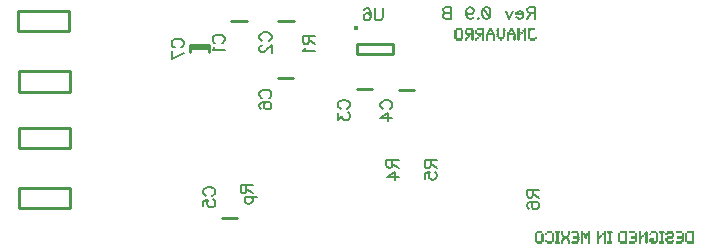
<source format=gbr>
G04 DipTrace 3.1.0.0*
G04 BottomSilk.gbr*
%MOMM*%
G04 #@! TF.FileFunction,Legend,Bot*
G04 #@! TF.Part,Single*
%ADD10C,0.254*%
%ADD13C,0.06667*%
%ADD35O,0.39118X0.39103*%
%ADD67C,0.15686*%
%FSLAX35Y35*%
G04*
G71*
G90*
G75*
G01*
G04 BotSilk*
%LPD*%
X2955950Y3247720D2*
D10*
X2826050D1*
X3353617Y3244053D2*
X3223717D1*
X4017283Y2671387D2*
X3887383D1*
X4376950Y2665387D2*
X4247050D1*
X2746717Y1574280D2*
X2876617D1*
X3352283Y2762387D2*
X3222383D1*
X2639920Y3021000D2*
X2480080D1*
X2639920Y3039920D2*
X2480080D1*
X2639920D2*
Y2980080D1*
X2480080Y3039920D2*
Y2980080D1*
X1028975Y2648640D2*
X1458233D1*
Y2821339D1*
X1028975D1*
Y2648640D1*
X1023893Y3159180D2*
X1455714D1*
Y3329360D1*
X1023893D1*
Y3159180D1*
X1029642Y1663640D2*
X1458900D1*
Y1836339D1*
X1029642D1*
Y1663640D1*
X1024560Y2174180D2*
X1456381D1*
Y2344360D1*
X1024560D1*
Y2174180D1*
D35*
X3880639Y3185228D3*
X3894006Y3047902D2*
D10*
X4194000D1*
X3894006Y2967916D2*
X4194000D1*
Y3047902D2*
Y2967916D1*
X3894006Y3047902D2*
Y2967916D1*
X4730393Y3186273D2*
D13*
X4767060D1*
X4817060D2*
X4867060D1*
X4907060D2*
X4957060D1*
X5013727D2*
X5020393D1*
X5073727D2*
X5080393D1*
X5130393D2*
X5137060D1*
X5190393D2*
X5197060D1*
X5250393D2*
X5257060D1*
X5307060D2*
X5313727D1*
X5340393D2*
X5383727D1*
X4729081Y3182940D2*
X4768623D1*
X4815748D2*
X4868408D1*
X4905748D2*
X4958408D1*
X5012176D2*
X5021944D1*
X5072379D2*
X5081741D1*
X5129046D2*
X5138408D1*
X5188759D2*
X5198694D1*
X5249046D2*
X5258408D1*
X5305658D2*
X5315074D1*
X5339046D2*
X5385289D1*
X4729501Y3179607D2*
X4770393D1*
X4816168D2*
X4868422D1*
X4906168D2*
X4958422D1*
X5011145D2*
X5022975D1*
X5072364D2*
X5081756D1*
X5129031D2*
X5138422D1*
X5188574D2*
X5198854D1*
X5249031D2*
X5258422D1*
X5304824D2*
X5315089D1*
X5339031D2*
X5387060D1*
X4730393Y3176273D2*
X4767060D1*
X4817060D2*
X4868410D1*
X4907060D2*
X4958410D1*
X5010393D2*
X5023727D1*
X5072376D2*
X5081744D1*
X5129043D2*
X5138410D1*
X5190534D2*
X5196631D1*
X5249043D2*
X5258410D1*
X5305748D2*
X5315077D1*
X5339043D2*
X5368102D1*
X4861175Y3172940D2*
X4868812D1*
X4951175D2*
X4958812D1*
X5071975D2*
X5082145D1*
X5128641D2*
X5138812D1*
X5192945D2*
X5193727D1*
X5248641D2*
X5258812D1*
X5307060D2*
X5315479D1*
X5338641D2*
X5347060D1*
X4717060Y3169607D2*
X4723727D1*
X4773727D2*
X4780393D1*
X4803727D2*
X4810393D1*
X4859199D2*
X4869323D1*
X4893727D2*
X4900393D1*
X4949199D2*
X4959323D1*
X5000393D2*
X5007060D1*
X5020393D2*
X5030393D1*
X5071464D2*
X5082656D1*
X5128130D2*
X5139323D1*
X5177060D2*
X5183727D1*
X5195058D2*
X5207060D1*
X5248130D2*
X5259323D1*
X5290393D2*
X5315990D1*
X5338130D2*
X5348462D1*
X4715712Y3166273D2*
X4725074D1*
X4772379D2*
X4781741D1*
X4802379D2*
X4811741D1*
X4859095D2*
X4869383D1*
X4892379D2*
X4901741D1*
X4949095D2*
X4959383D1*
X4999081D2*
X5008251D1*
X5020940D2*
X5031705D1*
X5071403D2*
X5082717D1*
X5128070D2*
X5139383D1*
X5175748D2*
X5184918D1*
X5197040D2*
X5208372D1*
X5248070D2*
X5259383D1*
X5290992D2*
X5316050D1*
X5338070D2*
X5349296D1*
X4715698Y3162940D2*
X4725089D1*
X4772364D2*
X4781756D1*
X4802364D2*
X4811756D1*
X4859067D2*
X4868964D1*
X4892364D2*
X4901756D1*
X4949067D2*
X4958964D1*
X4999501D2*
X5008180D1*
X5023011D2*
X5031286D1*
X5071822D2*
X5082298D1*
X5128489D2*
X5138964D1*
X5176168D2*
X5184846D1*
X5199397D2*
X5207952D1*
X5248489D2*
X5258964D1*
X5293453D2*
X5315631D1*
X5338489D2*
X5348372D1*
X4715723Y3159607D2*
X4725064D1*
X4772389D2*
X4781731D1*
X4802389D2*
X4811731D1*
X4858649D2*
X4868644D1*
X4892389D2*
X4901731D1*
X4948649D2*
X4958644D1*
X5000393D2*
X5002934D1*
X5027970D2*
X5030393D1*
X5072142D2*
X5081978D1*
X5128809D2*
X5138644D1*
X5177060D2*
X5179601D1*
X5204519D2*
X5207060D1*
X5248809D2*
X5258644D1*
X5299711D2*
X5315311D1*
X5338809D2*
X5347060D1*
X4715425Y3156273D2*
X4725362D1*
X4772092D2*
X4782028D1*
X4802101D2*
X4812019D1*
X4858133D2*
X4868796D1*
X4892101D2*
X4902019D1*
X4948133D2*
X4958796D1*
X4990393D2*
X4997060D1*
X5033727D2*
X5040393D1*
X5071991D2*
X5082129D1*
X5128658D2*
X5138796D1*
X5167060D2*
X5173727D1*
X5210393D2*
X5217060D1*
X5248658D2*
X5258787D1*
X5277060D2*
X5287060D1*
X5307060D2*
X5315462D1*
X5338658D2*
X5348472D1*
X4715209Y3152940D2*
X4725578D1*
X4771875D2*
X4782245D1*
X4801980D2*
X4812140D1*
X4858071D2*
X4868950D1*
X4891980D2*
X4902140D1*
X4948071D2*
X4958950D1*
X4988855D2*
X4998372D1*
X5032415D2*
X5041932D1*
X5071837D2*
X5082283D1*
X5128504D2*
X5138950D1*
X5165521D2*
X5175039D1*
X5209081D2*
X5218625D1*
X5248504D2*
X5258845D1*
X5275498D2*
X5287060D1*
X5305712D2*
X5315616D1*
X5338504D2*
X5349335D1*
X4715418Y3149607D2*
X4725369D1*
X4772085D2*
X4782035D1*
X4802602D2*
X4811518D1*
X4858489D2*
X4868716D1*
X4892602D2*
X4901518D1*
X4948489D2*
X4958716D1*
X4987897D2*
X4997952D1*
X5032834D2*
X5042889D1*
X5072071D2*
X5082049D1*
X5128738D2*
X5138716D1*
X5164564D2*
X5174619D1*
X5209501D2*
X5219816D1*
X5248738D2*
X5258197D1*
X5273727D2*
X5287060D1*
X5305698D2*
X5315382D1*
X5338738D2*
X5348897D1*
X4715586Y3146273D2*
X4725201D1*
X4772252D2*
X4781855D1*
X4803727D2*
X4810393D1*
X4858809D2*
X4868526D1*
X4893727D2*
X4900393D1*
X4948809D2*
X4958526D1*
X4987412D2*
X4997060D1*
X5033727D2*
X5043375D1*
X5072247D2*
X5081859D1*
X5128927D2*
X5138526D1*
X5164078D2*
X5173727D1*
X5210393D2*
X5221138D1*
X5248927D2*
X5257060D1*
X5277060D2*
X5287060D1*
X5305710D2*
X5315193D1*
X5338927D2*
X5348609D1*
X4715259Y3142940D2*
X4725528D1*
X4771925D2*
X4782077D1*
X4817060D2*
X4847060D1*
X4858658D2*
X4868746D1*
X4907060D2*
X4937060D1*
X4948658D2*
X4958746D1*
X4987189D2*
X5043598D1*
X5071924D2*
X5082079D1*
X5128708D2*
X5138746D1*
X5163856D2*
X5222832D1*
X5248708D2*
X5264279D1*
X5305308D2*
X5315412D1*
X5338708D2*
X5348781D1*
X4714788Y3139607D2*
X4725998D1*
X4771455D2*
X4782263D1*
X4815745D2*
X4846806D1*
X4858504D2*
X4868930D1*
X4905745D2*
X4936806D1*
X4948504D2*
X4958930D1*
X4980393D2*
X5050393D1*
X5071454D2*
X5082263D1*
X5128523D2*
X5138930D1*
X5157060D2*
X5224548D1*
X5248523D2*
X5269829D1*
X5304806D2*
X5315597D1*
X5338523D2*
X5348944D1*
X4714557Y3136273D2*
X4726230D1*
X4771223D2*
X4782042D1*
X4814768D2*
X4846253D1*
X4858738D2*
X4868709D1*
X4904768D2*
X4936253D1*
X4948738D2*
X4958709D1*
X4981006D2*
X5049381D1*
X5071223D2*
X5082042D1*
X5128745D2*
X5138709D1*
X5157673D2*
X5224814D1*
X5248745D2*
X5272529D1*
X5304560D2*
X5315375D1*
X5338745D2*
X5348714D1*
X4715636Y3132940D2*
X4725151D1*
X4772302D2*
X4781870D1*
X4820384D2*
X4844429D1*
X4858927D2*
X4868524D1*
X4910384D2*
X4934429D1*
X4948927D2*
X4958524D1*
X4982176D2*
X5048544D1*
X5072302D2*
X5081870D1*
X5128917D2*
X5138537D1*
X5158842D2*
X5224952D1*
X5248917D2*
X5265144D1*
X5305637D2*
X5315190D1*
X5338930D2*
X5348539D1*
X4717060Y3129607D2*
X4723727D1*
X4773727D2*
X4782195D1*
X4825024D2*
X4842650D1*
X4858708D2*
X4868745D1*
X4915024D2*
X4932650D1*
X4948708D2*
X4958745D1*
X4983727D2*
X4989611D1*
X5041175D2*
X5048902D1*
X5073727D2*
X5082209D1*
X5128604D2*
X5138849D1*
X5160393D2*
X5166278D1*
X5217842D2*
X5225427D1*
X5248591D2*
X5257060D1*
X5307060D2*
X5315412D1*
X5338708D2*
X5348863D1*
X4715648Y3126273D2*
X4725138D1*
X4772315D2*
X4782675D1*
X4828465D2*
X4841346D1*
X4858523D2*
X4868930D1*
X4918465D2*
X4931346D1*
X4948523D2*
X4958930D1*
X4982315D2*
X4991588D1*
X5039199D2*
X5049364D1*
X5072176D2*
X5082813D1*
X5128261D2*
X5139192D1*
X5158982D2*
X5168255D1*
X5215865D2*
X5225970D1*
X5248121D2*
X5258408D1*
X5305658D2*
X5315596D1*
X5338537D2*
X5349332D1*
X4714785Y3122940D2*
X4726001D1*
X4771452D2*
X4782723D1*
X4830097D2*
X4840208D1*
X4858745D2*
X4868708D1*
X4920097D2*
X4930208D1*
X4948745D2*
X4958708D1*
X4981452D2*
X4991691D1*
X5039095D2*
X5049399D1*
X5071145D2*
X5083319D1*
X5128333D2*
X5139121D1*
X5158119D2*
X5168358D1*
X5215762D2*
X5226043D1*
X5247890D2*
X5258422D1*
X5304824D2*
X5315375D1*
X5338862D2*
X5349564D1*
X4715223Y3119607D2*
X4725564D1*
X4771889D2*
X4782300D1*
X4831825D2*
X4838773D1*
X4858917D2*
X4868537D1*
X4921825D2*
X4928773D1*
X4948917D2*
X4958537D1*
X4981889D2*
X4991720D1*
X5039067D2*
X5048970D1*
X5070393D2*
X5083727D1*
X5130711D2*
X5136743D1*
X5158556D2*
X5168387D1*
X5215733D2*
X5225628D1*
X5248969D2*
X5258410D1*
X5305748D2*
X5315203D1*
X5339342D2*
X5348484D1*
X4715511Y3116273D2*
X4725263D1*
X4772162D2*
X4781994D1*
X4833727D2*
X4837060D1*
X4858591D2*
X4868862D1*
X4923727D2*
X4927060D1*
X4948591D2*
X4958862D1*
X4982177D2*
X4992137D1*
X5038649D2*
X5048646D1*
X5133727D2*
D3*
X5158844D2*
X5168804D1*
X5215316D2*
X5225310D1*
X5250393D2*
X5258812D1*
X5307060D2*
X5315529D1*
X5339403D2*
X5347060D1*
X4715348Y3112940D2*
X4725299D1*
X4771847D2*
X4782288D1*
X4817060D2*
X4827060D1*
X4858112D2*
X4869342D1*
X4907060D2*
X4917060D1*
X4948112D2*
X4959342D1*
X4982006D2*
X4992654D1*
X5038133D2*
X5048796D1*
X5087060D2*
X5097060D1*
X5113727D2*
X5123727D1*
X5158672D2*
X5169321D1*
X5214799D2*
X5225462D1*
X5248982D2*
X5259323D1*
X5305648D2*
X5316008D1*
X5339116D2*
X5348462D1*
X5393727D2*
X5403727D1*
X4715281Y3109607D2*
X4725296D1*
X4771152D2*
X4782974D1*
X4815748D2*
X4826447D1*
X4858064D2*
X4869390D1*
X4905748D2*
X4916447D1*
X4948064D2*
X4959390D1*
X4981843D2*
X4992716D1*
X5038071D2*
X5048950D1*
X5085748D2*
X5096447D1*
X5114339D2*
X5127060D1*
X5158509D2*
X5169382D1*
X5214738D2*
X5225616D1*
X5248119D2*
X5259383D1*
X5304785D2*
X5316056D1*
X5338929D2*
X5349296D1*
X5394339D2*
X5405039D1*
X4715924Y3106273D2*
X4723179D1*
X4770393D2*
X4783727D1*
X4816168D2*
X4825278D1*
X4858487D2*
X4868966D1*
X4906168D2*
X4915278D1*
X4948487D2*
X4958966D1*
X4982073D2*
X4992297D1*
X5038489D2*
X5048716D1*
X5086168D2*
X5095278D1*
X5115509D2*
X5123727D1*
X5158739D2*
X5168964D1*
X5215156D2*
X5225382D1*
X5248556D2*
X5258964D1*
X5305223D2*
X5315633D1*
X5340986D2*
X5348372D1*
X5395509D2*
X5404619D1*
X4717060Y3102940D2*
X4720393D1*
X4817060D2*
X4823727D1*
X4858808D2*
X4868645D1*
X4907060D2*
X4913727D1*
X4948808D2*
X4958645D1*
X4982261D2*
X4991978D1*
X5038809D2*
X5048526D1*
X5087060D2*
X5093727D1*
X5117060D2*
X5120393D1*
X5158928D2*
X5168644D1*
X5215476D2*
X5225193D1*
X5248844D2*
X5258644D1*
X5305511D2*
X5315312D1*
X5343727D2*
X5347060D1*
X5397060D2*
X5403727D1*
X4730393Y3099607D2*
X4767060D1*
X4803727D2*
X4810393D1*
X4858667D2*
X4868787D1*
X4893727D2*
X4900393D1*
X4948667D2*
X4958787D1*
X4982050D2*
X4992120D1*
X5038667D2*
X5048737D1*
X5100393D2*
X5110393D1*
X5158717D2*
X5168787D1*
X5215333D2*
X5225403D1*
X5248681D2*
X5258787D1*
X5305348D2*
X5315453D1*
X5353727D2*
X5390393D1*
X4729081Y3096273D2*
X4768372D1*
X4802415D2*
X4811705D1*
X4858608D2*
X4868845D1*
X4892415D2*
X4901705D1*
X4948608D2*
X4958845D1*
X4981961D2*
X4992178D1*
X5038609D2*
X5048825D1*
X5100393D2*
X5110393D1*
X5158628D2*
X5168845D1*
X5215275D2*
X5225492D1*
X5248614D2*
X5258845D1*
X5305281D2*
X5315512D1*
X5352415D2*
X5391705D1*
X4729501Y3092940D2*
X4767952D1*
X4802834D2*
X4811286D1*
X4859256D2*
X4868198D1*
X4892834D2*
X4901286D1*
X4949256D2*
X4958198D1*
X4982596D2*
X4991531D1*
X5039256D2*
X5048191D1*
X5100393D2*
X5110393D1*
X5159263D2*
X5168197D1*
X5215923D2*
X5224857D1*
X5249258D2*
X5258197D1*
X5305924D2*
X5314864D1*
X5352834D2*
X5391286D1*
X4730393Y3089607D2*
X4767060D1*
X4803727D2*
X4810393D1*
X4860393D2*
X4867060D1*
X4893727D2*
X4900393D1*
X4950393D2*
X4957060D1*
X4983727D2*
X4990393D1*
X5040393D2*
X5047060D1*
X5100393D2*
X5110393D1*
X5160393D2*
X5167060D1*
X5217060D2*
X5223727D1*
X5250393D2*
X5257060D1*
X5307060D2*
X5313727D1*
X5353727D2*
X5390393D1*
X5410393Y1466273D2*
X5447060D1*
X5497060D2*
X5533727D1*
X5563727D2*
X5600393D1*
X5620393D2*
X5627060D1*
X5677060D2*
X5683727D1*
X5707060D2*
X5750393D1*
X5790393D2*
X5797060D1*
X5847060D2*
X5853727D1*
X5923727D2*
X5930393D1*
X5980393D2*
X5987060D1*
X6007060D2*
X6043727D1*
X6117060D2*
X6167060D1*
X6193727D2*
X6237060D1*
X6277060D2*
X6283727D1*
X6333727D2*
X6340393D1*
X6380393D2*
X6417060D1*
X6447060D2*
X6483727D1*
X6517060D2*
X6553727D1*
X6590393D2*
X6633727D1*
X6683727D2*
X6733727D1*
X5409081Y1462940D2*
X5448623D1*
X5495748D2*
X5535039D1*
X5563727D2*
X5601708D1*
X5618982D2*
X5628408D1*
X5675648D2*
X5685074D1*
X5705748D2*
X5751705D1*
X5789046D2*
X5798462D1*
X5845658D2*
X5855074D1*
X5922379D2*
X5931741D1*
X5978991D2*
X5988408D1*
X6007060D2*
X6045042D1*
X6115748D2*
X6168408D1*
X6192415D2*
X6238372D1*
X6275712D2*
X6285074D1*
X6332324D2*
X6341741D1*
X6379081D2*
X6418372D1*
X6447060D2*
X6485042D1*
X6515498D2*
X6555289D1*
X6589081D2*
X6635039D1*
X6682415D2*
X6735074D1*
X5409501Y1459607D2*
X5450393D1*
X5496168D2*
X5534619D1*
X5563727D2*
X5602685D1*
X5618119D2*
X5628309D1*
X5674785D2*
X5684975D1*
X5706168D2*
X5751286D1*
X5789031D2*
X5799296D1*
X5844824D2*
X5855089D1*
X5922364D2*
X5931756D1*
X5978157D2*
X5988422D1*
X6007060D2*
X6046018D1*
X6116168D2*
X6168422D1*
X6192834D2*
X6237952D1*
X6275698D2*
X6285089D1*
X6331490D2*
X6341756D1*
X6379501D2*
X6417952D1*
X6447060D2*
X6486018D1*
X6513727D2*
X6557060D1*
X6589501D2*
X6634619D1*
X6682834D2*
X6735089D1*
X5410393Y1456273D2*
X5447060D1*
X5497060D2*
X5533727D1*
X5563727D2*
X5595218D1*
X5618556D2*
X5627986D1*
X5675223D2*
X5684653D1*
X5707060D2*
X5750393D1*
X5789043D2*
X5798372D1*
X5845748D2*
X5855077D1*
X5922376D2*
X5931744D1*
X5979081D2*
X5988410D1*
X6007060D2*
X6038551D1*
X6117060D2*
X6168397D1*
X6193727D2*
X6237060D1*
X6275710D2*
X6285077D1*
X6332414D2*
X6341744D1*
X6380393D2*
X6417060D1*
X6447060D2*
X6478551D1*
X6517060D2*
X6553727D1*
X6590393D2*
X6633727D1*
X6683727D2*
X6735064D1*
X5483727Y1452940D2*
X5490393D1*
X5580393D2*
X5587060D1*
X5618844D2*
X5628014D1*
X5675511D2*
X5684681D1*
X5788641D2*
X5797060D1*
X5847060D2*
X5855479D1*
X5921975D2*
X5932145D1*
X5980393D2*
X5988812D1*
X6023727D2*
X6030393D1*
X6161175D2*
X6168695D1*
X6275308D2*
X6285479D1*
X6333727D2*
X6342145D1*
X6463727D2*
X6470393D1*
X6503727D2*
X6510393D1*
X6520393D2*
X6550393D1*
X6560393D2*
X6567060D1*
X6727842D2*
X6735362D1*
X5397060Y1449607D2*
X5403727D1*
X5453727D2*
X5460393D1*
X5482324D2*
X5491796D1*
X5540393D2*
X5547060D1*
X5579046D2*
X5588408D1*
X5618711D2*
X5628459D1*
X5675348D2*
X5685096D1*
X5757060D2*
X5763727D1*
X5788130D2*
X5813727D1*
X5830393D2*
X5855990D1*
X5921464D2*
X5932656D1*
X5963727D2*
X5989323D1*
X6022379D2*
X6031741D1*
X6103727D2*
X6110393D1*
X6159199D2*
X6168898D1*
X6243727D2*
X6250393D1*
X6274797D2*
X6285990D1*
X6317060D2*
X6342656D1*
X6367060D2*
X6373727D1*
X6423727D2*
X6430393D1*
X6462379D2*
X6471741D1*
X6502324D2*
X6511796D1*
X6558991D2*
X6568408D1*
X6640393D2*
X6647060D1*
X6670393D2*
X6677060D1*
X6725865D2*
X6735565D1*
X5395712Y1446273D2*
X5405074D1*
X5452379D2*
X5461741D1*
X5481490D2*
X5492630D1*
X5539046D2*
X5548408D1*
X5579031D2*
X5588309D1*
X5618501D2*
X5628698D1*
X5675281D2*
X5685510D1*
X5755712D2*
X5765074D1*
X5788070D2*
X5813114D1*
X5830393D2*
X5856050D1*
X5921403D2*
X5932717D1*
X5964326D2*
X5989383D1*
X6022364D2*
X6031642D1*
X6102379D2*
X6111741D1*
X6159095D2*
X6168585D1*
X6242379D2*
X6251741D1*
X6274737D2*
X6286050D1*
X6317659D2*
X6342717D1*
X6365748D2*
X6375039D1*
X6422379D2*
X6431741D1*
X6462364D2*
X6471642D1*
X6501490D2*
X6512630D1*
X6558157D2*
X6568309D1*
X6639046D2*
X6648408D1*
X6669046D2*
X6678408D1*
X6725762D2*
X6735252D1*
X5395698Y1442940D2*
X5405089D1*
X5452364D2*
X5461756D1*
X5482414D2*
X5491706D1*
X5539031D2*
X5548422D1*
X5579043D2*
X5587986D1*
X5620065D2*
X5628141D1*
X5675924D2*
X5684016D1*
X5755698D2*
X5765089D1*
X5788489D2*
X5811944D1*
X5830393D2*
X5855631D1*
X5921822D2*
X5932298D1*
X5966787D2*
X5988964D1*
X6022376D2*
X6031320D1*
X6102364D2*
X6111756D1*
X6159067D2*
X6168110D1*
X6242364D2*
X6251756D1*
X6275156D2*
X6285631D1*
X6320120D2*
X6342298D1*
X6366168D2*
X6374619D1*
X6422364D2*
X6431756D1*
X6462376D2*
X6471320D1*
X6502414D2*
X6511706D1*
X6559081D2*
X6567986D1*
X6639031D2*
X6648422D1*
X6669031D2*
X6678422D1*
X6725733D2*
X6734776D1*
X5395723Y1439607D2*
X5405064D1*
X5452389D2*
X5461731D1*
X5483727D2*
X5490393D1*
X5539056D2*
X5548397D1*
X5578641D2*
X5588014D1*
X5624804D2*
X5627060D1*
X5677060D2*
X5679300D1*
X5755723D2*
X5765064D1*
X5788809D2*
X5810393D1*
X5830393D2*
X5855311D1*
X5922142D2*
X5931978D1*
X5973045D2*
X5988644D1*
X6021975D2*
X6031347D1*
X6102389D2*
X6111731D1*
X6158649D2*
X6168063D1*
X6242389D2*
X6251731D1*
X6275476D2*
X6285311D1*
X6326378D2*
X6341978D1*
X6367060D2*
X6373727D1*
X6422389D2*
X6431731D1*
X6461975D2*
X6471347D1*
X6503727D2*
X6510393D1*
X6560393D2*
X6568014D1*
X6639056D2*
X6648397D1*
X6669056D2*
X6678397D1*
X6725316D2*
X6734730D1*
X5395425Y1436273D2*
X5405362D1*
X5452092D2*
X5462028D1*
X5538758D2*
X5548695D1*
X5578130D2*
X5588469D1*
X5630393D2*
X5637060D1*
X5667060D2*
X5673727D1*
X5755434D2*
X5765362D1*
X5788658D2*
X5796278D1*
X5810393D2*
X5833701D1*
X5847842D2*
X5855462D1*
X5921991D2*
X5932120D1*
X5950393D2*
X5960393D1*
X5980393D2*
X5988796D1*
X6021464D2*
X6031802D1*
X6102092D2*
X6112028D1*
X6158133D2*
X6168487D1*
X6242101D2*
X6252028D1*
X6275324D2*
X6285453D1*
X6303727D2*
X6313727D1*
X6333727D2*
X6342129D1*
X6422092D2*
X6432028D1*
X6461464D2*
X6471802D1*
X6558991D2*
X6568459D1*
X6638768D2*
X6648695D1*
X6668758D2*
X6678695D1*
X6724799D2*
X6735153D1*
X5395209Y1432940D2*
X5405578D1*
X5451875D2*
X5462245D1*
X5538542D2*
X5548911D1*
X5578070D2*
X5588802D1*
X5629202D2*
X5638372D1*
X5664620D2*
X5674918D1*
X5755313D2*
X5765578D1*
X5788504D2*
X5798255D1*
X5809150D2*
X5833466D1*
X5845865D2*
X5855616D1*
X5921837D2*
X5932178D1*
X5948831D2*
X5960393D1*
X5979046D2*
X5988950D1*
X6021403D2*
X6032135D1*
X6101875D2*
X6112245D1*
X6158071D2*
X6168808D1*
X6241980D2*
X6252245D1*
X6275170D2*
X6285511D1*
X6302164D2*
X6313727D1*
X6332379D2*
X6342283D1*
X6421875D2*
X6432245D1*
X6461403D2*
X6472135D1*
X6558157D2*
X6568698D1*
X6638647D2*
X6648911D1*
X6668542D2*
X6678911D1*
X6724738D2*
X6735475D1*
X5395418Y1429607D2*
X5405369D1*
X5452085D2*
X5462035D1*
X5538751D2*
X5548702D1*
X5578489D2*
X5588655D1*
X5629274D2*
X5637952D1*
X5661504D2*
X5674846D1*
X5755936D2*
X5765369D1*
X5788738D2*
X5798358D1*
X5809802D2*
X5832919D1*
X5845762D2*
X5855382D1*
X5922071D2*
X5931531D1*
X5947060D2*
X5960393D1*
X5979031D2*
X5988716D1*
X6021822D2*
X6031988D1*
X6102085D2*
X6112035D1*
X6158489D2*
X6168657D1*
X6242602D2*
X6252035D1*
X6275404D2*
X6284864D1*
X6300393D2*
X6313727D1*
X6332364D2*
X6342049D1*
X6422085D2*
X6432035D1*
X6461822D2*
X6471988D1*
X6559081D2*
X6568141D1*
X6639269D2*
X6648702D1*
X6668751D2*
X6678702D1*
X6725156D2*
X6735324D1*
X5395586Y1426273D2*
X5405201D1*
X5452252D2*
X5461855D1*
X5538919D2*
X5548521D1*
X5578809D2*
X5588503D1*
X5634519D2*
X5637060D1*
X5654303D2*
X5670981D1*
X5757060D2*
X5765201D1*
X5788927D2*
X5798374D1*
X5812073D2*
X5831096D1*
X5845733D2*
X5855193D1*
X5922261D2*
X5930393D1*
X5950393D2*
X5960393D1*
X5979043D2*
X5988526D1*
X6022142D2*
X6031836D1*
X6102252D2*
X6111868D1*
X6158809D2*
X6168504D1*
X6243727D2*
X6251868D1*
X6275594D2*
X6283727D1*
X6303727D2*
X6313727D1*
X6332376D2*
X6341859D1*
X6422252D2*
X6431855D1*
X6462142D2*
X6471836D1*
X6560393D2*
X6567060D1*
X6640393D2*
X6648534D1*
X6668919D2*
X6678534D1*
X6725476D2*
X6735170D1*
X5395259Y1422940D2*
X5405528D1*
X5451925D2*
X5462077D1*
X5538592D2*
X5548744D1*
X5578658D2*
X5588737D1*
X5647189D2*
X5667677D1*
X5720393D2*
X5765528D1*
X5788708D2*
X5798687D1*
X5813952D2*
X5829329D1*
X5845316D2*
X5855412D1*
X5922041D2*
X5937612D1*
X5978641D2*
X5988746D1*
X6021991D2*
X6032071D1*
X6101925D2*
X6112195D1*
X6158658D2*
X6168738D1*
X6207060D2*
X6252195D1*
X6275374D2*
X6290945D1*
X6331975D2*
X6342079D1*
X6421925D2*
X6432077D1*
X6461991D2*
X6472071D1*
X6517060D2*
X6553727D1*
X6603727D2*
X6648861D1*
X6668592D2*
X6678861D1*
X6725324D2*
X6735404D1*
X5394788Y1419607D2*
X5405998D1*
X5451455D2*
X5462263D1*
X5538122D2*
X5548930D1*
X5578504D2*
X5588927D1*
X5642076D2*
X5665203D1*
X5720393D2*
X5765998D1*
X5788523D2*
X5798909D1*
X5815057D2*
X5828147D1*
X5844809D2*
X5855597D1*
X5921857D2*
X5943162D1*
X5978140D2*
X5988930D1*
X6021837D2*
X6032260D1*
X6101445D2*
X6112675D1*
X6158504D2*
X6168927D1*
X6207060D2*
X6252665D1*
X6275190D2*
X6296495D1*
X6331473D2*
X6342263D1*
X6421455D2*
X6432263D1*
X6461837D2*
X6472260D1*
X6513727D2*
X6555039D1*
X6603727D2*
X6649332D1*
X6668112D2*
X6679341D1*
X6725170D2*
X6735594D1*
X5394557Y1416273D2*
X5406230D1*
X5451223D2*
X5462042D1*
X5537890D2*
X5548708D1*
X5578738D2*
X5588708D1*
X5638324D2*
X5664360D1*
X5720393D2*
X5766230D1*
X5788745D2*
X5798701D1*
X5815977D2*
X5827491D1*
X5844560D2*
X5855375D1*
X5922078D2*
X5945862D1*
X5977893D2*
X5988709D1*
X6022071D2*
X6032041D1*
X6101397D2*
X6112723D1*
X6158738D2*
X6168708D1*
X6207060D2*
X6252897D1*
X6275411D2*
X6299195D1*
X6331226D2*
X6342042D1*
X6421223D2*
X6432042D1*
X6462071D2*
X6472041D1*
X6515498D2*
X6554619D1*
X6603727D2*
X6649563D1*
X6668064D2*
X6679390D1*
X6725404D2*
X6735374D1*
X5395636Y1412940D2*
X5405151D1*
X5452302D2*
X5461870D1*
X5538969D2*
X5548537D1*
X5578914D2*
X5588536D1*
X5653486D2*
X5663727D1*
X5720393D2*
X5765151D1*
X5788917D2*
X5798534D1*
X5817060D2*
X5827060D1*
X5845637D2*
X5855190D1*
X5922250D2*
X5938478D1*
X5978970D2*
X5988524D1*
X6022247D2*
X6031870D1*
X6101820D2*
X6112300D1*
X6158914D2*
X6168523D1*
X6207060D2*
X6251818D1*
X6275583D2*
X6291811D1*
X6332304D2*
X6341857D1*
X6422302D2*
X6431870D1*
X6462247D2*
X6471870D1*
X6517060D2*
X6553727D1*
X6603727D2*
X6648484D1*
X6668487D2*
X6678966D1*
X6725581D2*
X6735190D1*
X5397060Y1409607D2*
X5403727D1*
X5453727D2*
X5462195D1*
X5540393D2*
X5548862D1*
X5578590D2*
X5588862D1*
X5757060D2*
X5763727D1*
X5788591D2*
X5798861D1*
X5847060D2*
X5855412D1*
X5921925D2*
X5930393D1*
X5980393D2*
X5988745D1*
X6021924D2*
X6032195D1*
X6102142D2*
X6111978D1*
X6158590D2*
X6168745D1*
X6243727D2*
X6250393D1*
X6275258D2*
X6283727D1*
X6333727D2*
X6342078D1*
X6423727D2*
X6432195D1*
X6461924D2*
X6472195D1*
X6640393D2*
X6647060D1*
X6668808D2*
X6678645D1*
X6725257D2*
X6735411D1*
X5395648Y1406273D2*
X5405138D1*
X5452315D2*
X5462675D1*
X5538982D2*
X5549342D1*
X5578121D2*
X5589342D1*
X5630393D2*
X5640393D1*
X5663727D2*
X5673727D1*
X5755712D2*
X5765138D1*
X5788112D2*
X5799341D1*
X5845648D2*
X5855596D1*
X5921455D2*
X5931741D1*
X5978991D2*
X5988930D1*
X6021454D2*
X6032675D1*
X6101991D2*
X6112129D1*
X6158121D2*
X6168930D1*
X6242379D2*
X6251805D1*
X6274788D2*
X6285074D1*
X6332324D2*
X6342263D1*
X6367060D2*
X6397060D1*
X6422324D2*
X6432675D1*
X6461454D2*
X6472675D1*
X6500393D2*
X6513727D1*
X6639046D2*
X6648472D1*
X6668657D2*
X6678796D1*
X6724788D2*
X6735596D1*
X5394785Y1402940D2*
X5406001D1*
X5451452D2*
X5462723D1*
X5538119D2*
X5549390D1*
X5577890D2*
X5589390D1*
X5628623D2*
X5640393D1*
X5664586D2*
X5677060D1*
X5755698D2*
X5766001D1*
X5788064D2*
X5799390D1*
X5844785D2*
X5855375D1*
X5921223D2*
X5931756D1*
X5978157D2*
X5988708D1*
X6021223D2*
X6032723D1*
X6101837D2*
X6112283D1*
X6157890D2*
X6168708D1*
X6242364D2*
X6252668D1*
X6274556D2*
X6285089D1*
X6331490D2*
X6342042D1*
X6365712D2*
X6397060D1*
X6421490D2*
X6432723D1*
X6461223D2*
X6472723D1*
X6500895D2*
X6513225D1*
X6639031D2*
X6649335D1*
X6668504D2*
X6678950D1*
X6724556D2*
X6735375D1*
X5395223Y1399607D2*
X5405564D1*
X5451889D2*
X5462300D1*
X5538556D2*
X5548966D1*
X5578969D2*
X5588966D1*
X5627060D2*
X5640393D1*
X5667200D2*
X5673727D1*
X5755710D2*
X5765564D1*
X5788487D2*
X5798966D1*
X5845223D2*
X5855203D1*
X5922302D2*
X5931744D1*
X5979081D2*
X5988537D1*
X6022302D2*
X6032300D1*
X6102071D2*
X6112049D1*
X6158969D2*
X6168537D1*
X6242376D2*
X6252231D1*
X6275636D2*
X6285077D1*
X6332414D2*
X6341870D1*
X6365698D2*
X6397060D1*
X6422414D2*
X6432300D1*
X6462302D2*
X6472300D1*
X6501605D2*
X6512515D1*
X6639043D2*
X6648897D1*
X6668738D2*
X6678716D1*
X6725636D2*
X6735203D1*
X5395511Y1396273D2*
X5405263D1*
X5452162D2*
X5461994D1*
X5538844D2*
X5548645D1*
X5580393D2*
X5588645D1*
X5670393D2*
D3*
X5755308D2*
X5765263D1*
X5788808D2*
X5798645D1*
X5845511D2*
X5855529D1*
X5923727D2*
X5932145D1*
X5980393D2*
X5988862D1*
X6023727D2*
X6031978D1*
X6102261D2*
X6111859D1*
X6160393D2*
X6168862D1*
X6241975D2*
X6251930D1*
X6277060D2*
X6285479D1*
X6333727D2*
X6342195D1*
X6365723D2*
X6397060D1*
X6423727D2*
X6431978D1*
X6463727D2*
X6471978D1*
X6502056D2*
X6512064D1*
X6638641D2*
X6648596D1*
X6668927D2*
X6678526D1*
X6727060D2*
X6735529D1*
X5395348Y1392940D2*
X5405299D1*
X5451847D2*
X5462288D1*
X5483727D2*
X5493727D1*
X5538681D2*
X5548787D1*
X5578991D2*
X5588787D1*
X5620393D2*
X5627060D1*
X5677060D2*
X5683727D1*
X5754806D2*
X5765299D1*
X5788657D2*
X5798796D1*
X5845339D2*
X5856008D1*
X5922315D2*
X5932656D1*
X5978982D2*
X5989342D1*
X6022324D2*
X6032120D1*
X6102050D2*
X6112070D1*
X6158995D2*
X6169342D1*
X6241473D2*
X6251965D1*
X6275648D2*
X6285990D1*
X6332315D2*
X6342675D1*
X6365434D2*
X6373727D1*
X6422324D2*
X6432120D1*
X6462324D2*
X6472120D1*
X6501968D2*
X6512152D1*
X6560393D2*
X6567060D1*
X6638140D2*
X6648632D1*
X6668717D2*
X6678737D1*
X6725661D2*
X6736008D1*
X5395281Y1389607D2*
X5405296D1*
X5451152D2*
X5462974D1*
X5482415D2*
X5493114D1*
X5538614D2*
X5548845D1*
X5578157D2*
X5588845D1*
X5619046D2*
X5628408D1*
X5675712D2*
X5685074D1*
X5754560D2*
X5765296D1*
X5788504D2*
X5798950D1*
X5845176D2*
X5856056D1*
X5921452D2*
X5932717D1*
X5978119D2*
X5989390D1*
X6021490D2*
X6032178D1*
X6101961D2*
X6112159D1*
X6158171D2*
X6169390D1*
X6241226D2*
X6251962D1*
X6274785D2*
X6286050D1*
X6331452D2*
X6342723D1*
X6365313D2*
X6375039D1*
X6421490D2*
X6432178D1*
X6461490D2*
X6472178D1*
X6501930D2*
X6512190D1*
X6558779D2*
X6568675D1*
X6637893D2*
X6648629D1*
X6668628D2*
X6678825D1*
X6724838D2*
X6736056D1*
X5395924Y1386273D2*
X5403179D1*
X5450393D2*
X5463727D1*
X5482834D2*
X5491944D1*
X5539258D2*
X5548198D1*
X5579081D2*
X5588198D1*
X5619031D2*
X5628422D1*
X5675698D2*
X5685089D1*
X5755637D2*
X5763179D1*
X5788738D2*
X5798716D1*
X5845406D2*
X5855633D1*
X5921889D2*
X5932298D1*
X5978556D2*
X5988966D1*
X6022414D2*
X6031531D1*
X6102596D2*
X6111524D1*
X6159345D2*
X6168966D1*
X6242304D2*
X6249846D1*
X6275223D2*
X6285631D1*
X6331889D2*
X6342300D1*
X6365936D2*
X6374619D1*
X6422414D2*
X6431531D1*
X6462414D2*
X6471531D1*
X6502585D2*
X6511535D1*
X6560963D2*
X6566490D1*
X6638970D2*
X6646512D1*
X6669263D2*
X6678191D1*
X6726012D2*
X6735633D1*
X5397060Y1382940D2*
X5400393D1*
X5483727D2*
X5490393D1*
X5540393D2*
X5547060D1*
X5580393D2*
X5587060D1*
X5619056D2*
X5628397D1*
X5675723D2*
X5685064D1*
X5757060D2*
X5760393D1*
X5788927D2*
X5798526D1*
X5845595D2*
X5855312D1*
X5922177D2*
X5931978D1*
X5978844D2*
X5988645D1*
X6023727D2*
X6030393D1*
X6103727D2*
X6110393D1*
X6161333D2*
X6168645D1*
X6243727D2*
X6247060D1*
X6275511D2*
X6285311D1*
X6332177D2*
X6341978D1*
X6367060D2*
X6373727D1*
X6423727D2*
X6430393D1*
X6463727D2*
X6470393D1*
X6503727D2*
X6510393D1*
X6563727D2*
D3*
X6640393D2*
X6643727D1*
X6670393D2*
X6677060D1*
X6728000D2*
X6735312D1*
X5410393Y1379607D2*
X5447060D1*
X5497060D2*
X5533727D1*
X5563727D2*
X5594531D1*
X5618768D2*
X5628686D1*
X5675434D2*
X5685352D1*
X5707060D2*
X5750393D1*
X5788717D2*
X5798737D1*
X5845384D2*
X5855453D1*
X5922015D2*
X5932120D1*
X5978681D2*
X5988787D1*
X6007060D2*
X6037864D1*
X6117060D2*
X6168787D1*
X6193727D2*
X6237060D1*
X6275348D2*
X6285453D1*
X6332015D2*
X6342120D1*
X6380393D2*
X6417060D1*
X6447060D2*
X6477864D1*
X6517060D2*
X6553727D1*
X6590393D2*
X6633727D1*
X6683727D2*
X6735453D1*
X5409081Y1376273D2*
X5448372D1*
X5495748D2*
X5535039D1*
X5563727D2*
X5600836D1*
X5618647D2*
X5628807D1*
X5675313D2*
X5685473D1*
X5705748D2*
X5751705D1*
X5788628D2*
X5798825D1*
X5845295D2*
X5855512D1*
X5921947D2*
X5932178D1*
X5978614D2*
X5988845D1*
X6007060D2*
X6044169D1*
X6115748D2*
X6168845D1*
X6192415D2*
X6238372D1*
X6275281D2*
X6285511D1*
X6331947D2*
X6342178D1*
X6379081D2*
X6418372D1*
X6447060D2*
X6484169D1*
X6515748D2*
X6555039D1*
X6589081D2*
X6635039D1*
X6682415D2*
X6735512D1*
X5409501Y1372940D2*
X5447952D1*
X5496168D2*
X5534619D1*
X5563727D2*
X5600854D1*
X5619269D2*
X5628184D1*
X5675936D2*
X5684851D1*
X5706168D2*
X5751286D1*
X5789263D2*
X5798191D1*
X5845929D2*
X5854864D1*
X5922591D2*
X5931531D1*
X5979258D2*
X5988198D1*
X6007060D2*
X6044187D1*
X6116168D2*
X6168198D1*
X6192834D2*
X6237952D1*
X6275924D2*
X6284864D1*
X6332591D2*
X6341531D1*
X6379501D2*
X6417952D1*
X6447060D2*
X6484187D1*
X6516168D2*
X6554619D1*
X6589501D2*
X6634619D1*
X6682834D2*
X6734864D1*
X5410393Y1369607D2*
X5447060D1*
X5497060D2*
X5533727D1*
X5563727D2*
X5600393D1*
X5620393D2*
X5627060D1*
X5677060D2*
X5683727D1*
X5707060D2*
X5750393D1*
X5790393D2*
X5797060D1*
X5847060D2*
X5853727D1*
X5923727D2*
X5930393D1*
X5980393D2*
X5987060D1*
X6007060D2*
X6043727D1*
X6117060D2*
X6167060D1*
X6193727D2*
X6237060D1*
X6277060D2*
X6283727D1*
X6333727D2*
X6340393D1*
X6380393D2*
X6417060D1*
X6447060D2*
X6483727D1*
X6517060D2*
X6553727D1*
X6590393D2*
X6633727D1*
X6683727D2*
X6733727D1*
X4730393Y3186273D2*
X4729081Y3182940D1*
X4729501Y3179607D1*
X4730393Y3176273D1*
X4767060Y3186273D2*
X4768623Y3182940D1*
X4770393Y3179607D1*
X4767060Y3176273D1*
X4817060Y3186273D2*
X4815748Y3182940D1*
X4816168Y3179607D1*
X4817060Y3176273D1*
X4867060Y3186273D2*
X4868408Y3182940D1*
X4868422Y3179607D1*
X4868410Y3176273D1*
X4868812Y3172940D1*
X4869323Y3169607D1*
X4869383Y3166273D1*
X4868964Y3162940D1*
X4868644Y3159607D1*
X4868796Y3156273D1*
X4868950Y3152940D1*
X4868716Y3149607D1*
X4868526Y3146273D1*
X4868746Y3142940D1*
X4868930Y3139607D1*
X4868709Y3136273D1*
X4868524Y3132940D1*
X4868745Y3129607D1*
X4868930Y3126273D1*
X4868708Y3122940D1*
X4868537Y3119607D1*
X4868862Y3116273D1*
X4869342Y3112940D1*
X4869390Y3109607D1*
X4868966Y3106273D1*
X4868645Y3102940D1*
X4868787Y3099607D1*
X4868845Y3096273D1*
X4868198Y3092940D1*
X4867060Y3089607D1*
X4907060Y3186273D2*
X4905748Y3182940D1*
X4906168Y3179607D1*
X4907060Y3176273D1*
X4957060Y3186273D2*
X4958408Y3182940D1*
X4958422Y3179607D1*
X4958410Y3176273D1*
X4958812Y3172940D1*
X4959323Y3169607D1*
X4959383Y3166273D1*
X4958964Y3162940D1*
X4958644Y3159607D1*
X4958796Y3156273D1*
X4958950Y3152940D1*
X4958716Y3149607D1*
X4958526Y3146273D1*
X4958746Y3142940D1*
X4958930Y3139607D1*
X4958709Y3136273D1*
X4958524Y3132940D1*
X4958745Y3129607D1*
X4958930Y3126273D1*
X4958708Y3122940D1*
X4958537Y3119607D1*
X4958862Y3116273D1*
X4959342Y3112940D1*
X4959390Y3109607D1*
X4958966Y3106273D1*
X4958645Y3102940D1*
X4958787Y3099607D1*
X4958845Y3096273D1*
X4958198Y3092940D1*
X4957060Y3089607D1*
X5013727Y3186273D2*
X5012176Y3182940D1*
X5011145Y3179607D1*
X5010393Y3176273D1*
X5027060Y3172940D1*
X5020393Y3186273D2*
X5021944Y3182940D1*
X5022975Y3179607D1*
X5023727Y3176273D1*
X5073727Y3186273D2*
X5072379Y3182940D1*
X5072364Y3179607D1*
X5072376Y3176273D1*
X5071975Y3172940D1*
X5071464Y3169607D1*
X5071403Y3166273D1*
X5071822Y3162940D1*
X5072142Y3159607D1*
X5071991Y3156273D1*
X5071837Y3152940D1*
X5072071Y3149607D1*
X5072247Y3146273D1*
X5071924Y3142940D1*
X5071454Y3139607D1*
X5071223Y3136273D1*
X5072302Y3132940D1*
X5073727Y3129607D1*
X5072176Y3126273D1*
X5071145Y3122940D1*
X5070393Y3119607D1*
X5080393Y3186273D2*
X5081741Y3182940D1*
X5081756Y3179607D1*
X5081744Y3176273D1*
X5082145Y3172940D1*
X5082656Y3169607D1*
X5082717Y3166273D1*
X5082298Y3162940D1*
X5081978Y3159607D1*
X5082129Y3156273D1*
X5082283Y3152940D1*
X5082049Y3149607D1*
X5081859Y3146273D1*
X5082079Y3142940D1*
X5082263Y3139607D1*
X5082042Y3136273D1*
X5081870Y3132940D1*
X5082209Y3129607D1*
X5082813Y3126273D1*
X5083319Y3122940D1*
X5083727Y3119607D1*
X5130393Y3186273D2*
X5129046Y3182940D1*
X5129031Y3179607D1*
X5129043Y3176273D1*
X5128641Y3172940D1*
X5128130Y3169607D1*
X5128070Y3166273D1*
X5128489Y3162940D1*
X5128809Y3159607D1*
X5128658Y3156273D1*
X5128504Y3152940D1*
X5128738Y3149607D1*
X5128927Y3146273D1*
X5128708Y3142940D1*
X5128523Y3139607D1*
X5128745Y3136273D1*
X5128917Y3132940D1*
X5128604Y3129607D1*
X5128261Y3126273D1*
X5128333Y3122940D1*
X5130711Y3119607D1*
X5133727Y3116273D1*
X5137060Y3186273D2*
X5138408Y3182940D1*
X5138422Y3179607D1*
X5138410Y3176273D1*
X5138812Y3172940D1*
X5139323Y3169607D1*
X5139383Y3166273D1*
X5138964Y3162940D1*
X5138644Y3159607D1*
X5138796Y3156273D1*
X5138950Y3152940D1*
X5138716Y3149607D1*
X5138526Y3146273D1*
X5138746Y3142940D1*
X5138930Y3139607D1*
X5138709Y3136273D1*
X5138537Y3132940D1*
X5138849Y3129607D1*
X5139192Y3126273D1*
X5139121Y3122940D1*
X5136743Y3119607D1*
X5133727Y3116273D1*
X5190393Y3186273D2*
X5188759Y3182940D1*
X5188574Y3179607D1*
X5190534Y3176273D1*
X5192945Y3172940D1*
X5195058Y3169607D1*
X5197040Y3166273D1*
X5199397Y3162940D1*
X5204519Y3159607D1*
X5210393Y3156273D1*
X5209081Y3152940D1*
X5209501Y3149607D1*
X5210393Y3146273D1*
X5180393Y3142940D1*
X5197060Y3186273D2*
X5198694Y3182940D1*
X5198854Y3179607D1*
X5196631Y3176273D1*
X5193727Y3172940D1*
X5250393Y3186273D2*
X5249046Y3182940D1*
X5249031Y3179607D1*
X5249043Y3176273D1*
X5248641Y3172940D1*
X5248130Y3169607D1*
X5248070Y3166273D1*
X5248489Y3162940D1*
X5248809Y3159607D1*
X5248658Y3156273D1*
X5248504Y3152940D1*
X5248738Y3149607D1*
X5248927Y3146273D1*
X5248708Y3142940D1*
X5248523Y3139607D1*
X5248745Y3136273D1*
X5248917Y3132940D1*
X5248591Y3129607D1*
X5248121Y3126273D1*
X5247890Y3122940D1*
X5248969Y3119607D1*
X5250393Y3116273D1*
X5248982Y3112940D1*
X5248119Y3109607D1*
X5248556Y3106273D1*
X5248844Y3102940D1*
X5248681Y3099607D1*
X5248614Y3096273D1*
X5249258Y3092940D1*
X5250393Y3089607D1*
X5257060Y3186273D2*
X5258408Y3182940D1*
X5258422Y3179607D1*
X5258410Y3176273D1*
X5258812Y3172940D1*
X5259323Y3169607D1*
X5259383Y3166273D1*
X5258964Y3162940D1*
X5258644Y3159607D1*
X5258787Y3156273D1*
X5258845Y3152940D1*
X5258197Y3149607D1*
X5257060Y3146273D1*
X5264279Y3142940D1*
X5269829Y3139607D1*
X5272529Y3136273D1*
X5265144Y3132940D1*
X5257060Y3129607D1*
X5258408Y3126273D1*
X5258422Y3122940D1*
X5258410Y3119607D1*
X5258812Y3116273D1*
X5259323Y3112940D1*
X5259383Y3109607D1*
X5258964Y3106273D1*
X5258644Y3102940D1*
X5258787Y3099607D1*
X5258845Y3096273D1*
X5258197Y3092940D1*
X5257060Y3089607D1*
X5307060Y3186273D2*
X5305658Y3182940D1*
X5304824Y3179607D1*
X5305748Y3176273D1*
X5307060Y3172940D1*
X5290393Y3169607D1*
X5290992Y3166273D1*
X5293453Y3162940D1*
X5299711Y3159607D1*
X5307060Y3156273D1*
X5305712Y3152940D1*
X5305698Y3149607D1*
X5305710Y3146273D1*
X5305308Y3142940D1*
X5304806Y3139607D1*
X5304560Y3136273D1*
X5305637Y3132940D1*
X5307060Y3129607D1*
X5305658Y3126273D1*
X5304824Y3122940D1*
X5305748Y3119607D1*
X5307060Y3116273D1*
X5305648Y3112940D1*
X5304785Y3109607D1*
X5305223Y3106273D1*
X5305511Y3102940D1*
X5305348Y3099607D1*
X5305281Y3096273D1*
X5305924Y3092940D1*
X5307060Y3089607D1*
X5313727Y3186273D2*
X5315074Y3182940D1*
X5315089Y3179607D1*
X5315077Y3176273D1*
X5315479Y3172940D1*
X5315990Y3169607D1*
X5316050Y3166273D1*
X5315631Y3162940D1*
X5315311Y3159607D1*
X5315462Y3156273D1*
X5315616Y3152940D1*
X5315382Y3149607D1*
X5315193Y3146273D1*
X5315412Y3142940D1*
X5315597Y3139607D1*
X5315375Y3136273D1*
X5315190Y3132940D1*
X5315412Y3129607D1*
X5315596Y3126273D1*
X5315375Y3122940D1*
X5315203Y3119607D1*
X5315529Y3116273D1*
X5316008Y3112940D1*
X5316056Y3109607D1*
X5315633Y3106273D1*
X5315312Y3102940D1*
X5315453Y3099607D1*
X5315512Y3096273D1*
X5314864Y3092940D1*
X5313727Y3089607D1*
X5340393Y3186273D2*
X5339046Y3182940D1*
X5339031Y3179607D1*
X5339043Y3176273D1*
X5338641Y3172940D1*
X5338130Y3169607D1*
X5338070Y3166273D1*
X5338489Y3162940D1*
X5338809Y3159607D1*
X5338658Y3156273D1*
X5338504Y3152940D1*
X5338738Y3149607D1*
X5338927Y3146273D1*
X5338708Y3142940D1*
X5338523Y3139607D1*
X5338745Y3136273D1*
X5338930Y3132940D1*
X5338708Y3129607D1*
X5338537Y3126273D1*
X5338862Y3122940D1*
X5339342Y3119607D1*
X5339403Y3116273D1*
X5339116Y3112940D1*
X5338929Y3109607D1*
X5340986Y3106273D1*
X5343727Y3102940D1*
X5383727Y3186273D2*
X5385289Y3182940D1*
X5387060Y3179607D1*
X5368102Y3176273D1*
X5347060Y3172940D1*
X5348462Y3169607D1*
X5349296Y3166273D1*
X5348372Y3162940D1*
X5347060Y3159607D1*
X5348472Y3156273D1*
X5349335Y3152940D1*
X5348897Y3149607D1*
X5348609Y3146273D1*
X5348781Y3142940D1*
X5348944Y3139607D1*
X5348714Y3136273D1*
X5348539Y3132940D1*
X5348863Y3129607D1*
X5349332Y3126273D1*
X5349564Y3122940D1*
X5348484Y3119607D1*
X5347060Y3116273D1*
X5348462Y3112940D1*
X5349296Y3109607D1*
X5348372Y3106273D1*
X5347060Y3102940D1*
X4863727Y3176273D2*
X4861175Y3172940D1*
X4859199Y3169607D1*
X4859095Y3166273D1*
X4859067Y3162940D1*
X4858649Y3159607D1*
X4858133Y3156273D1*
X4858071Y3152940D1*
X4858489Y3149607D1*
X4858809Y3146273D1*
X4858658Y3142940D1*
X4858504Y3139607D1*
X4858738Y3136273D1*
X4858927Y3132940D1*
X4858708Y3129607D1*
X4858523Y3126273D1*
X4858745Y3122940D1*
X4858917Y3119607D1*
X4858591Y3116273D1*
X4858112Y3112940D1*
X4858064Y3109607D1*
X4858487Y3106273D1*
X4858808Y3102940D1*
X4858667Y3099607D1*
X4858608Y3096273D1*
X4859256Y3092940D1*
X4860393Y3089607D1*
X4953727Y3176273D2*
X4951175Y3172940D1*
X4949199Y3169607D1*
X4949095Y3166273D1*
X4949067Y3162940D1*
X4948649Y3159607D1*
X4948133Y3156273D1*
X4948071Y3152940D1*
X4948489Y3149607D1*
X4948809Y3146273D1*
X4948658Y3142940D1*
X4948504Y3139607D1*
X4948738Y3136273D1*
X4948927Y3132940D1*
X4948708Y3129607D1*
X4948523Y3126273D1*
X4948745Y3122940D1*
X4948917Y3119607D1*
X4948591Y3116273D1*
X4948112Y3112940D1*
X4948064Y3109607D1*
X4948487Y3106273D1*
X4948808Y3102940D1*
X4948667Y3099607D1*
X4948608Y3096273D1*
X4949256Y3092940D1*
X4950393Y3089607D1*
X4717060Y3169607D2*
X4715712Y3166273D1*
X4715698Y3162940D1*
X4715723Y3159607D1*
X4715425Y3156273D1*
X4715209Y3152940D1*
X4715418Y3149607D1*
X4715586Y3146273D1*
X4715259Y3142940D1*
X4714788Y3139607D1*
X4714557Y3136273D1*
X4715636Y3132940D1*
X4717060Y3129607D1*
X4715648Y3126273D1*
X4714785Y3122940D1*
X4715223Y3119607D1*
X4715511Y3116273D1*
X4715348Y3112940D1*
X4715281Y3109607D1*
X4715924Y3106273D1*
X4717060Y3102940D1*
X4723727Y3169607D2*
X4725074Y3166273D1*
X4725089Y3162940D1*
X4725064Y3159607D1*
X4725362Y3156273D1*
X4725578Y3152940D1*
X4725369Y3149607D1*
X4725201Y3146273D1*
X4725528Y3142940D1*
X4725998Y3139607D1*
X4726230Y3136273D1*
X4725151Y3132940D1*
X4723727Y3129607D1*
X4725138Y3126273D1*
X4726001Y3122940D1*
X4725564Y3119607D1*
X4725263Y3116273D1*
X4725299Y3112940D1*
X4725296Y3109607D1*
X4723179Y3106273D1*
X4720393Y3102940D1*
X4773727Y3169607D2*
X4772379Y3166273D1*
X4772364Y3162940D1*
X4772389Y3159607D1*
X4772092Y3156273D1*
X4771875Y3152940D1*
X4772085Y3149607D1*
X4772252Y3146273D1*
X4771925Y3142940D1*
X4771455Y3139607D1*
X4771223Y3136273D1*
X4772302Y3132940D1*
X4773727Y3129607D1*
X4772315Y3126273D1*
X4771452Y3122940D1*
X4771889Y3119607D1*
X4772162Y3116273D1*
X4771847Y3112940D1*
X4771152Y3109607D1*
X4770393Y3106273D1*
X4780393Y3169607D2*
X4781741Y3166273D1*
X4781756Y3162940D1*
X4781731Y3159607D1*
X4782028Y3156273D1*
X4782245Y3152940D1*
X4782035Y3149607D1*
X4781855Y3146273D1*
X4782077Y3142940D1*
X4782263Y3139607D1*
X4782042Y3136273D1*
X4781870Y3132940D1*
X4782195Y3129607D1*
X4782675Y3126273D1*
X4782723Y3122940D1*
X4782300Y3119607D1*
X4781994Y3116273D1*
X4782288Y3112940D1*
X4782974Y3109607D1*
X4783727Y3106273D1*
X4803727Y3169607D2*
X4802379Y3166273D1*
X4802364Y3162940D1*
X4802389Y3159607D1*
X4802101Y3156273D1*
X4801980Y3152940D1*
X4802602Y3149607D1*
X4803727Y3146273D1*
X4810393Y3169607D2*
X4811741Y3166273D1*
X4811756Y3162940D1*
X4811731Y3159607D1*
X4812019Y3156273D1*
X4812140Y3152940D1*
X4811518Y3149607D1*
X4810393Y3146273D1*
X4893727Y3169607D2*
X4892379Y3166273D1*
X4892364Y3162940D1*
X4892389Y3159607D1*
X4892101Y3156273D1*
X4891980Y3152940D1*
X4892602Y3149607D1*
X4893727Y3146273D1*
X4900393Y3169607D2*
X4901741Y3166273D1*
X4901756Y3162940D1*
X4901731Y3159607D1*
X4902019Y3156273D1*
X4902140Y3152940D1*
X4901518Y3149607D1*
X4900393Y3146273D1*
X5000393Y3169607D2*
X4999081Y3166273D1*
X4999501Y3162940D1*
X5000393Y3159607D1*
X5007060Y3169607D2*
X5008251Y3166273D1*
X5008180Y3162940D1*
X5002934Y3159607D1*
X4997060Y3156273D1*
X4998372Y3152940D1*
X4997952Y3149607D1*
X4997060Y3146273D1*
X5027060Y3142940D1*
X5020393Y3169607D2*
X5020940Y3166273D1*
X5023011Y3162940D1*
X5027970Y3159607D1*
X5033727Y3156273D1*
X5032415Y3152940D1*
X5032834Y3149607D1*
X5033727Y3146273D1*
X5003727Y3142940D1*
X5030393Y3169607D2*
X5031705Y3166273D1*
X5031286Y3162940D1*
X5030393Y3159607D1*
X5177060Y3169607D2*
X5175748Y3166273D1*
X5176168Y3162940D1*
X5177060Y3159607D1*
X5183727Y3169607D2*
X5184918Y3166273D1*
X5184846Y3162940D1*
X5179601Y3159607D1*
X5173727Y3156273D1*
X5175039Y3152940D1*
X5174619Y3149607D1*
X5173727Y3146273D1*
X5203727Y3142940D1*
X5207060Y3169607D2*
X5208372Y3166273D1*
X5207952Y3162940D1*
X5207060Y3159607D1*
X4990393Y3156273D2*
X4988855Y3152940D1*
X4987897Y3149607D1*
X4987412Y3146273D1*
X4987189Y3142940D1*
X4987060Y3139607D1*
X4980393D1*
X4981006Y3136273D1*
X4982176Y3132940D1*
X4983727Y3129607D1*
X4982315Y3126273D1*
X4981452Y3122940D1*
X4981889Y3119607D1*
X4982177Y3116273D1*
X4982006Y3112940D1*
X4981843Y3109607D1*
X4982073Y3106273D1*
X4982261Y3102940D1*
X4982050Y3099607D1*
X4981961Y3096273D1*
X4982596Y3092940D1*
X4983727Y3089607D1*
X5040393Y3156273D2*
X5041932Y3152940D1*
X5042889Y3149607D1*
X5043375Y3146273D1*
X5043598Y3142940D1*
X5043727Y3139607D1*
X5050393D1*
X5049381Y3136273D1*
X5048544Y3132940D1*
X5048902Y3129607D1*
X5049364Y3126273D1*
X5049399Y3122940D1*
X5048970Y3119607D1*
X5048646Y3116273D1*
X5048796Y3112940D1*
X5048950Y3109607D1*
X5048716Y3106273D1*
X5048526Y3102940D1*
X5048737Y3099607D1*
X5048825Y3096273D1*
X5048191Y3092940D1*
X5047060Y3089607D1*
X5167060Y3156273D2*
X5165521Y3152940D1*
X5164564Y3149607D1*
X5164078Y3146273D1*
X5163856Y3142940D1*
X5163727Y3139607D1*
X5157060D1*
X5157673Y3136273D1*
X5158842Y3132940D1*
X5160393Y3129607D1*
X5158982Y3126273D1*
X5158119Y3122940D1*
X5158556Y3119607D1*
X5158844Y3116273D1*
X5158672Y3112940D1*
X5158509Y3109607D1*
X5158739Y3106273D1*
X5158928Y3102940D1*
X5158717Y3099607D1*
X5158628Y3096273D1*
X5159263Y3092940D1*
X5160393Y3089607D1*
X5217060Y3156273D2*
X5218625Y3152940D1*
X5219816Y3149607D1*
X5221138Y3146273D1*
X5222832Y3142940D1*
X5224548Y3139607D1*
X5224814Y3136273D1*
X5224952Y3132940D1*
X5225427Y3129607D1*
X5225970Y3126273D1*
X5226043Y3122940D1*
X5225628Y3119607D1*
X5225310Y3116273D1*
X5225462Y3112940D1*
X5225616Y3109607D1*
X5225382Y3106273D1*
X5225193Y3102940D1*
X5225403Y3099607D1*
X5225492Y3096273D1*
X5224857Y3092940D1*
X5223727Y3089607D1*
X5277060Y3156273D2*
X5275498Y3152940D1*
X5273727Y3149607D1*
X5277060Y3146273D1*
X5287060Y3156273D2*
Y3152940D1*
Y3149607D1*
Y3146273D1*
X4817060Y3142940D2*
X4815745Y3139607D1*
X4814768Y3136273D1*
X4820384Y3132940D1*
X4825024Y3129607D1*
X4828465Y3126273D1*
X4830097Y3122940D1*
X4831825Y3119607D1*
X4833727Y3116273D1*
X4847060Y3142940D2*
X4846806Y3139607D1*
X4846253Y3136273D1*
X4844429Y3132940D1*
X4842650Y3129607D1*
X4841346Y3126273D1*
X4840208Y3122940D1*
X4838773Y3119607D1*
X4837060Y3116273D1*
X4907060Y3142940D2*
X4905745Y3139607D1*
X4904768Y3136273D1*
X4910384Y3132940D1*
X4915024Y3129607D1*
X4918465Y3126273D1*
X4920097Y3122940D1*
X4921825Y3119607D1*
X4923727Y3116273D1*
X4937060Y3142940D2*
X4936806Y3139607D1*
X4936253Y3136273D1*
X4934429Y3132940D1*
X4932650Y3129607D1*
X4931346Y3126273D1*
X4930208Y3122940D1*
X4928773Y3119607D1*
X4927060Y3116273D1*
X4987060Y3132940D2*
X4989611Y3129607D1*
X4991588Y3126273D1*
X4991691Y3122940D1*
X4991720Y3119607D1*
X4992137Y3116273D1*
X4992654Y3112940D1*
X4992716Y3109607D1*
X4992297Y3106273D1*
X4991978Y3102940D1*
X4992120Y3099607D1*
X4992178Y3096273D1*
X4991531Y3092940D1*
X4990393Y3089607D1*
X5043727Y3132940D2*
X5041175Y3129607D1*
X5039199Y3126273D1*
X5039095Y3122940D1*
X5039067Y3119607D1*
X5038649Y3116273D1*
X5038133Y3112940D1*
X5038071Y3109607D1*
X5038489Y3106273D1*
X5038809Y3102940D1*
X5038667Y3099607D1*
X5038609Y3096273D1*
X5039256Y3092940D1*
X5040393Y3089607D1*
X5163727Y3132940D2*
X5166278Y3129607D1*
X5168255Y3126273D1*
X5168358Y3122940D1*
X5168387Y3119607D1*
X5168804Y3116273D1*
X5169321Y3112940D1*
X5169382Y3109607D1*
X5168964Y3106273D1*
X5168644Y3102940D1*
X5168787Y3099607D1*
X5168845Y3096273D1*
X5168197Y3092940D1*
X5167060Y3089607D1*
X5220393Y3132940D2*
X5217842Y3129607D1*
X5215865Y3126273D1*
X5215762Y3122940D1*
X5215733Y3119607D1*
X5215316Y3116273D1*
X5214799Y3112940D1*
X5214738Y3109607D1*
X5215156Y3106273D1*
X5215476Y3102940D1*
X5215333Y3099607D1*
X5215275Y3096273D1*
X5215923Y3092940D1*
X5217060Y3089607D1*
X4817060Y3112940D2*
X4815748Y3109607D1*
X4816168Y3106273D1*
X4817060Y3102940D1*
X4827060Y3112940D2*
X4826447Y3109607D1*
X4825278Y3106273D1*
X4823727Y3102940D1*
X4907060Y3112940D2*
X4905748Y3109607D1*
X4906168Y3106273D1*
X4907060Y3102940D1*
X4917060Y3112940D2*
X4916447Y3109607D1*
X4915278Y3106273D1*
X4913727Y3102940D1*
X5087060Y3112940D2*
X5085748Y3109607D1*
X5086168Y3106273D1*
X5087060Y3102940D1*
X5097060Y3112940D2*
X5096447Y3109607D1*
X5095278Y3106273D1*
X5093727Y3102940D1*
X5113727Y3112940D2*
X5114339Y3109607D1*
X5115509Y3106273D1*
X5117060Y3102940D1*
X5123727Y3112940D2*
X5127060Y3109607D1*
X5123727Y3106273D1*
X5120393Y3102940D1*
X5393727Y3112940D2*
X5394339Y3109607D1*
X5395509Y3106273D1*
X5397060Y3102940D1*
X5403727Y3112940D2*
X5405039Y3109607D1*
X5404619Y3106273D1*
X5403727Y3102940D1*
X4730393Y3099607D2*
X4729081Y3096273D1*
X4729501Y3092940D1*
X4730393Y3089607D1*
X4767060Y3099607D2*
X4768372Y3096273D1*
X4767952Y3092940D1*
X4767060Y3089607D1*
X4803727Y3099607D2*
X4802415Y3096273D1*
X4802834Y3092940D1*
X4803727Y3089607D1*
X4810393Y3099607D2*
X4811705Y3096273D1*
X4811286Y3092940D1*
X4810393Y3089607D1*
X4893727Y3099607D2*
X4892415Y3096273D1*
X4892834Y3092940D1*
X4893727Y3089607D1*
X4900393Y3099607D2*
X4901705Y3096273D1*
X4901286Y3092940D1*
X4900393Y3089607D1*
X5100393Y3099607D2*
Y3096273D1*
Y3092940D1*
Y3089607D1*
X5110393Y3099607D2*
Y3096273D1*
Y3092940D1*
Y3089607D1*
X5353727Y3099607D2*
X5352415Y3096273D1*
X5352834Y3092940D1*
X5353727Y3089607D1*
X5390393Y3099607D2*
X5391705Y3096273D1*
X5391286Y3092940D1*
X5390393Y3089607D1*
X5410393Y1466273D2*
X5409081Y1462940D1*
X5409501Y1459607D1*
X5410393Y1456273D1*
X5447060Y1466273D2*
X5448623Y1462940D1*
X5450393Y1459607D1*
X5447060Y1456273D1*
X5497060Y1466273D2*
X5495748Y1462940D1*
X5496168Y1459607D1*
X5497060Y1456273D1*
X5533727Y1466273D2*
X5535039Y1462940D1*
X5534619Y1459607D1*
X5533727Y1456273D1*
X5563727Y1466273D2*
Y1462940D1*
Y1459607D1*
Y1456273D1*
X5580393Y1452940D1*
X5579046Y1449607D1*
X5579031Y1446273D1*
X5579043Y1442940D1*
X5578641Y1439607D1*
X5578130Y1436273D1*
X5578070Y1432940D1*
X5578489Y1429607D1*
X5578809Y1426273D1*
X5578658Y1422940D1*
X5578504Y1419607D1*
X5578738Y1416273D1*
X5578914Y1412940D1*
X5578590Y1409607D1*
X5578121Y1406273D1*
X5577890Y1402940D1*
X5578969Y1399607D1*
X5580393Y1396273D1*
X5578991Y1392940D1*
X5578157Y1389607D1*
X5579081Y1386273D1*
X5580393Y1382940D1*
X5563727Y1379607D1*
Y1376273D1*
Y1372940D1*
Y1369607D1*
X5600393Y1466273D2*
X5601708Y1462940D1*
X5602685Y1459607D1*
X5595218Y1456273D1*
X5587060Y1452940D1*
X5588408Y1449607D1*
X5588309Y1446273D1*
X5587986Y1442940D1*
X5588014Y1439607D1*
X5588469Y1436273D1*
X5588802Y1432940D1*
X5588655Y1429607D1*
X5588503Y1426273D1*
X5588737Y1422940D1*
X5588927Y1419607D1*
X5588708Y1416273D1*
X5588536Y1412940D1*
X5588862Y1409607D1*
X5589342Y1406273D1*
X5589390Y1402940D1*
X5588966Y1399607D1*
X5588645Y1396273D1*
X5588787Y1392940D1*
X5588845Y1389607D1*
X5588198Y1386273D1*
X5587060Y1382940D1*
X5594531Y1379607D1*
X5600836Y1376273D1*
X5600854Y1372940D1*
X5600393Y1369607D1*
X5620393Y1466273D2*
X5618982Y1462940D1*
X5618119Y1459607D1*
X5618556Y1456273D1*
X5618844Y1452940D1*
X5618711Y1449607D1*
X5618501Y1446273D1*
X5620065Y1442940D1*
X5624804Y1439607D1*
X5630393Y1436273D1*
X5629202Y1432940D1*
X5629274Y1429607D1*
X5634519Y1426273D1*
X5640393Y1422940D1*
X5639078Y1419607D1*
X5638102Y1416273D1*
X5653382Y1412940D1*
X5670393Y1409607D1*
X5627060Y1466273D2*
X5628408Y1462940D1*
X5628309Y1459607D1*
X5627986Y1456273D1*
X5628014Y1452940D1*
X5628459Y1449607D1*
X5628698Y1446273D1*
X5628141Y1442940D1*
X5627060Y1439607D1*
X5677060Y1466273D2*
X5675648Y1462940D1*
X5674785Y1459607D1*
X5675223Y1456273D1*
X5675511Y1452940D1*
X5675348Y1449607D1*
X5675281Y1446273D1*
X5675924Y1442940D1*
X5677060Y1439607D1*
X5683727Y1466273D2*
X5685074Y1462940D1*
X5684975Y1459607D1*
X5684653Y1456273D1*
X5684681Y1452940D1*
X5685096Y1449607D1*
X5685510Y1446273D1*
X5684016Y1442940D1*
X5679300Y1439607D1*
X5673727Y1436273D1*
X5674918Y1432940D1*
X5674846Y1429607D1*
X5670981Y1426273D1*
X5667677Y1422940D1*
X5665203Y1419607D1*
X5664360Y1416273D1*
X5663727Y1412940D1*
X5637060Y1409607D1*
X5707060Y1466273D2*
X5705748Y1462940D1*
X5706168Y1459607D1*
X5707060Y1456273D1*
X5750393Y1466273D2*
X5751705Y1462940D1*
X5751286Y1459607D1*
X5750393Y1456273D1*
X5790393Y1466273D2*
X5789046Y1462940D1*
X5789031Y1459607D1*
X5789043Y1456273D1*
X5788641Y1452940D1*
X5788130Y1449607D1*
X5788070Y1446273D1*
X5788489Y1442940D1*
X5788809Y1439607D1*
X5788658Y1436273D1*
X5788504Y1432940D1*
X5788738Y1429607D1*
X5788927Y1426273D1*
X5788708Y1422940D1*
X5788523Y1419607D1*
X5788745Y1416273D1*
X5788917Y1412940D1*
X5788591Y1409607D1*
X5788112Y1406273D1*
X5788064Y1402940D1*
X5788487Y1399607D1*
X5788808Y1396273D1*
X5788657Y1392940D1*
X5788504Y1389607D1*
X5788738Y1386273D1*
X5788927Y1382940D1*
X5788717Y1379607D1*
X5788628Y1376273D1*
X5789263Y1372940D1*
X5790393Y1369607D1*
X5797060Y1466273D2*
X5798462Y1462940D1*
X5799296Y1459607D1*
X5798372Y1456273D1*
X5797060Y1452940D1*
X5813727Y1449607D1*
X5813114Y1446273D1*
X5811944Y1442940D1*
X5810393Y1439607D1*
X5823727Y1436273D1*
X5847060Y1466273D2*
X5845658Y1462940D1*
X5844824Y1459607D1*
X5845748Y1456273D1*
X5847060Y1452940D1*
X5830393Y1449607D1*
Y1446273D1*
Y1442940D1*
Y1439607D1*
X5813727Y1436273D1*
X5853727Y1466273D2*
X5855074Y1462940D1*
X5855089Y1459607D1*
X5855077Y1456273D1*
X5855479Y1452940D1*
X5855990Y1449607D1*
X5856050Y1446273D1*
X5855631Y1442940D1*
X5855311Y1439607D1*
X5855462Y1436273D1*
X5855616Y1432940D1*
X5855382Y1429607D1*
X5855193Y1426273D1*
X5855412Y1422940D1*
X5855597Y1419607D1*
X5855375Y1416273D1*
X5855190Y1412940D1*
X5855412Y1409607D1*
X5855596Y1406273D1*
X5855375Y1402940D1*
X5855203Y1399607D1*
X5855529Y1396273D1*
X5856008Y1392940D1*
X5856056Y1389607D1*
X5855633Y1386273D1*
X5855312Y1382940D1*
X5855453Y1379607D1*
X5855512Y1376273D1*
X5854864Y1372940D1*
X5853727Y1369607D1*
X5923727Y1466273D2*
X5922379Y1462940D1*
X5922364Y1459607D1*
X5922376Y1456273D1*
X5921975Y1452940D1*
X5921464Y1449607D1*
X5921403Y1446273D1*
X5921822Y1442940D1*
X5922142Y1439607D1*
X5921991Y1436273D1*
X5921837Y1432940D1*
X5922071Y1429607D1*
X5922261Y1426273D1*
X5922041Y1422940D1*
X5921857Y1419607D1*
X5922078Y1416273D1*
X5922250Y1412940D1*
X5921925Y1409607D1*
X5921455Y1406273D1*
X5921223Y1402940D1*
X5922302Y1399607D1*
X5923727Y1396273D1*
X5922315Y1392940D1*
X5921452Y1389607D1*
X5921889Y1386273D1*
X5922177Y1382940D1*
X5922015Y1379607D1*
X5921947Y1376273D1*
X5922591Y1372940D1*
X5923727Y1369607D1*
X5930393Y1466273D2*
X5931741Y1462940D1*
X5931756Y1459607D1*
X5931744Y1456273D1*
X5932145Y1452940D1*
X5932656Y1449607D1*
X5932717Y1446273D1*
X5932298Y1442940D1*
X5931978Y1439607D1*
X5932120Y1436273D1*
X5932178Y1432940D1*
X5931531Y1429607D1*
X5930393Y1426273D1*
X5937612Y1422940D1*
X5943162Y1419607D1*
X5945862Y1416273D1*
X5938478Y1412940D1*
X5930393Y1409607D1*
X5931741Y1406273D1*
X5931756Y1402940D1*
X5931744Y1399607D1*
X5932145Y1396273D1*
X5932656Y1392940D1*
X5932717Y1389607D1*
X5932298Y1386273D1*
X5931978Y1382940D1*
X5932120Y1379607D1*
X5932178Y1376273D1*
X5931531Y1372940D1*
X5930393Y1369607D1*
X5980393Y1466273D2*
X5978991Y1462940D1*
X5978157Y1459607D1*
X5979081Y1456273D1*
X5980393Y1452940D1*
X5963727Y1449607D1*
X5964326Y1446273D1*
X5966787Y1442940D1*
X5973045Y1439607D1*
X5980393Y1436273D1*
X5979046Y1432940D1*
X5979031Y1429607D1*
X5979043Y1426273D1*
X5978641Y1422940D1*
X5978140Y1419607D1*
X5977893Y1416273D1*
X5978970Y1412940D1*
X5980393Y1409607D1*
X5978991Y1406273D1*
X5978157Y1402940D1*
X5979081Y1399607D1*
X5980393Y1396273D1*
X5978982Y1392940D1*
X5978119Y1389607D1*
X5978556Y1386273D1*
X5978844Y1382940D1*
X5978681Y1379607D1*
X5978614Y1376273D1*
X5979258Y1372940D1*
X5980393Y1369607D1*
X5987060Y1466273D2*
X5988408Y1462940D1*
X5988422Y1459607D1*
X5988410Y1456273D1*
X5988812Y1452940D1*
X5989323Y1449607D1*
X5989383Y1446273D1*
X5988964Y1442940D1*
X5988644Y1439607D1*
X5988796Y1436273D1*
X5988950Y1432940D1*
X5988716Y1429607D1*
X5988526Y1426273D1*
X5988746Y1422940D1*
X5988930Y1419607D1*
X5988709Y1416273D1*
X5988524Y1412940D1*
X5988745Y1409607D1*
X5988930Y1406273D1*
X5988708Y1402940D1*
X5988537Y1399607D1*
X5988862Y1396273D1*
X5989342Y1392940D1*
X5989390Y1389607D1*
X5988966Y1386273D1*
X5988645Y1382940D1*
X5988787Y1379607D1*
X5988845Y1376273D1*
X5988198Y1372940D1*
X5987060Y1369607D1*
X6007060Y1466273D2*
Y1462940D1*
Y1459607D1*
Y1456273D1*
X6023727Y1452940D1*
X6022379Y1449607D1*
X6022364Y1446273D1*
X6022376Y1442940D1*
X6021975Y1439607D1*
X6021464Y1436273D1*
X6021403Y1432940D1*
X6021822Y1429607D1*
X6022142Y1426273D1*
X6021991Y1422940D1*
X6021837Y1419607D1*
X6022071Y1416273D1*
X6022247Y1412940D1*
X6021924Y1409607D1*
X6021454Y1406273D1*
X6021223Y1402940D1*
X6022302Y1399607D1*
X6023727Y1396273D1*
X6022324Y1392940D1*
X6021490Y1389607D1*
X6022414Y1386273D1*
X6023727Y1382940D1*
X6007060Y1379607D1*
Y1376273D1*
Y1372940D1*
Y1369607D1*
X6043727Y1466273D2*
X6045042Y1462940D1*
X6046018Y1459607D1*
X6038551Y1456273D1*
X6030393Y1452940D1*
X6031741Y1449607D1*
X6031642Y1446273D1*
X6031320Y1442940D1*
X6031347Y1439607D1*
X6031802Y1436273D1*
X6032135Y1432940D1*
X6031988Y1429607D1*
X6031836Y1426273D1*
X6032071Y1422940D1*
X6032260Y1419607D1*
X6032041Y1416273D1*
X6031870Y1412940D1*
X6032195Y1409607D1*
X6032675Y1406273D1*
X6032723Y1402940D1*
X6032300Y1399607D1*
X6031978Y1396273D1*
X6032120Y1392940D1*
X6032178Y1389607D1*
X6031531Y1386273D1*
X6030393Y1382940D1*
X6037864Y1379607D1*
X6044169Y1376273D1*
X6044187Y1372940D1*
X6043727Y1369607D1*
X6117060Y1466273D2*
X6115748Y1462940D1*
X6116168Y1459607D1*
X6117060Y1456273D1*
X6167060Y1466273D2*
X6168408Y1462940D1*
X6168422Y1459607D1*
X6168397Y1456273D1*
X6168695Y1452940D1*
X6168898Y1449607D1*
X6168585Y1446273D1*
X6168110Y1442940D1*
X6168063Y1439607D1*
X6168487Y1436273D1*
X6168808Y1432940D1*
X6168657Y1429607D1*
X6168504Y1426273D1*
X6168738Y1422940D1*
X6168927Y1419607D1*
X6168708Y1416273D1*
X6168523Y1412940D1*
X6168745Y1409607D1*
X6168930Y1406273D1*
X6168708Y1402940D1*
X6168537Y1399607D1*
X6168862Y1396273D1*
X6169342Y1392940D1*
X6169390Y1389607D1*
X6168966Y1386273D1*
X6168645Y1382940D1*
X6168787Y1379607D1*
X6168845Y1376273D1*
X6168198Y1372940D1*
X6167060Y1369607D1*
X6193727Y1466273D2*
X6192415Y1462940D1*
X6192834Y1459607D1*
X6193727Y1456273D1*
X6237060Y1466273D2*
X6238372Y1462940D1*
X6237952Y1459607D1*
X6237060Y1456273D1*
X6277060Y1466273D2*
X6275712Y1462940D1*
X6275698Y1459607D1*
X6275710Y1456273D1*
X6275308Y1452940D1*
X6274797Y1449607D1*
X6274737Y1446273D1*
X6275156Y1442940D1*
X6275476Y1439607D1*
X6275324Y1436273D1*
X6275170Y1432940D1*
X6275404Y1429607D1*
X6275594Y1426273D1*
X6275374Y1422940D1*
X6275190Y1419607D1*
X6275411Y1416273D1*
X6275583Y1412940D1*
X6275258Y1409607D1*
X6274788Y1406273D1*
X6274556Y1402940D1*
X6275636Y1399607D1*
X6277060Y1396273D1*
X6275648Y1392940D1*
X6274785Y1389607D1*
X6275223Y1386273D1*
X6275511Y1382940D1*
X6275348Y1379607D1*
X6275281Y1376273D1*
X6275924Y1372940D1*
X6277060Y1369607D1*
X6283727Y1466273D2*
X6285074Y1462940D1*
X6285089Y1459607D1*
X6285077Y1456273D1*
X6285479Y1452940D1*
X6285990Y1449607D1*
X6286050Y1446273D1*
X6285631Y1442940D1*
X6285311Y1439607D1*
X6285453Y1436273D1*
X6285511Y1432940D1*
X6284864Y1429607D1*
X6283727Y1426273D1*
X6290945Y1422940D1*
X6296495Y1419607D1*
X6299195Y1416273D1*
X6291811Y1412940D1*
X6283727Y1409607D1*
X6285074Y1406273D1*
X6285089Y1402940D1*
X6285077Y1399607D1*
X6285479Y1396273D1*
X6285990Y1392940D1*
X6286050Y1389607D1*
X6285631Y1386273D1*
X6285311Y1382940D1*
X6285453Y1379607D1*
X6285511Y1376273D1*
X6284864Y1372940D1*
X6283727Y1369607D1*
X6333727Y1466273D2*
X6332324Y1462940D1*
X6331490Y1459607D1*
X6332414Y1456273D1*
X6333727Y1452940D1*
X6317060Y1449607D1*
X6317659Y1446273D1*
X6320120Y1442940D1*
X6326378Y1439607D1*
X6333727Y1436273D1*
X6332379Y1432940D1*
X6332364Y1429607D1*
X6332376Y1426273D1*
X6331975Y1422940D1*
X6331473Y1419607D1*
X6331226Y1416273D1*
X6332304Y1412940D1*
X6333727Y1409607D1*
X6332324Y1406273D1*
X6331490Y1402940D1*
X6332414Y1399607D1*
X6333727Y1396273D1*
X6332315Y1392940D1*
X6331452Y1389607D1*
X6331889Y1386273D1*
X6332177Y1382940D1*
X6332015Y1379607D1*
X6331947Y1376273D1*
X6332591Y1372940D1*
X6333727Y1369607D1*
X6340393Y1466273D2*
X6341741Y1462940D1*
X6341756Y1459607D1*
X6341744Y1456273D1*
X6342145Y1452940D1*
X6342656Y1449607D1*
X6342717Y1446273D1*
X6342298Y1442940D1*
X6341978Y1439607D1*
X6342129Y1436273D1*
X6342283Y1432940D1*
X6342049Y1429607D1*
X6341859Y1426273D1*
X6342079Y1422940D1*
X6342263Y1419607D1*
X6342042Y1416273D1*
X6341857Y1412940D1*
X6342078Y1409607D1*
X6342263Y1406273D1*
X6342042Y1402940D1*
X6341870Y1399607D1*
X6342195Y1396273D1*
X6342675Y1392940D1*
X6342723Y1389607D1*
X6342300Y1386273D1*
X6341978Y1382940D1*
X6342120Y1379607D1*
X6342178Y1376273D1*
X6341531Y1372940D1*
X6340393Y1369607D1*
X6380393Y1466273D2*
X6379081Y1462940D1*
X6379501Y1459607D1*
X6380393Y1456273D1*
X6417060Y1466273D2*
X6418372Y1462940D1*
X6417952Y1459607D1*
X6417060Y1456273D1*
X6447060Y1466273D2*
Y1462940D1*
Y1459607D1*
Y1456273D1*
X6463727Y1452940D1*
X6462379Y1449607D1*
X6462364Y1446273D1*
X6462376Y1442940D1*
X6461975Y1439607D1*
X6461464Y1436273D1*
X6461403Y1432940D1*
X6461822Y1429607D1*
X6462142Y1426273D1*
X6461991Y1422940D1*
X6461837Y1419607D1*
X6462071Y1416273D1*
X6462247Y1412940D1*
X6461924Y1409607D1*
X6461454Y1406273D1*
X6461223Y1402940D1*
X6462302Y1399607D1*
X6463727Y1396273D1*
X6462324Y1392940D1*
X6461490Y1389607D1*
X6462414Y1386273D1*
X6463727Y1382940D1*
X6447060Y1379607D1*
Y1376273D1*
Y1372940D1*
Y1369607D1*
X6483727Y1466273D2*
X6485042Y1462940D1*
X6486018Y1459607D1*
X6478551Y1456273D1*
X6470393Y1452940D1*
X6471741Y1449607D1*
X6471642Y1446273D1*
X6471320Y1442940D1*
X6471347Y1439607D1*
X6471802Y1436273D1*
X6472135Y1432940D1*
X6471988Y1429607D1*
X6471836Y1426273D1*
X6472071Y1422940D1*
X6472260Y1419607D1*
X6472041Y1416273D1*
X6471870Y1412940D1*
X6472195Y1409607D1*
X6472675Y1406273D1*
X6472723Y1402940D1*
X6472300Y1399607D1*
X6471978Y1396273D1*
X6472120Y1392940D1*
X6472178Y1389607D1*
X6471531Y1386273D1*
X6470393Y1382940D1*
X6477864Y1379607D1*
X6484169Y1376273D1*
X6484187Y1372940D1*
X6483727Y1369607D1*
X6517060Y1466273D2*
X6515498Y1462940D1*
X6513727Y1459607D1*
X6517060Y1456273D1*
X6520393Y1452940D1*
X6553727Y1466273D2*
X6555289Y1462940D1*
X6557060Y1459607D1*
X6553727Y1456273D1*
X6550393Y1452940D1*
X6590393Y1466273D2*
X6589081Y1462940D1*
X6589501Y1459607D1*
X6590393Y1456273D1*
X6633727Y1466273D2*
X6635039Y1462940D1*
X6634619Y1459607D1*
X6633727Y1456273D1*
X6683727Y1466273D2*
X6682415Y1462940D1*
X6682834Y1459607D1*
X6683727Y1456273D1*
X6733727Y1466273D2*
X6735074Y1462940D1*
X6735089Y1459607D1*
X6735064Y1456273D1*
X6735362Y1452940D1*
X6735565Y1449607D1*
X6735252Y1446273D1*
X6734776Y1442940D1*
X6734730Y1439607D1*
X6735153Y1436273D1*
X6735475Y1432940D1*
X6735324Y1429607D1*
X6735170Y1426273D1*
X6735404Y1422940D1*
X6735594Y1419607D1*
X6735374Y1416273D1*
X6735190Y1412940D1*
X6735411Y1409607D1*
X6735596Y1406273D1*
X6735375Y1402940D1*
X6735203Y1399607D1*
X6735529Y1396273D1*
X6736008Y1392940D1*
X6736056Y1389607D1*
X6735633Y1386273D1*
X6735312Y1382940D1*
X6735453Y1379607D1*
X6735512Y1376273D1*
X6734864Y1372940D1*
X6733727Y1369607D1*
X5483727Y1452940D2*
X5482324Y1449607D1*
X5481490Y1446273D1*
X5482414Y1442940D1*
X5483727Y1439607D1*
X5490393Y1452940D2*
X5491796Y1449607D1*
X5492630Y1446273D1*
X5491706Y1442940D1*
X5490393Y1439607D1*
X6163727Y1456273D2*
X6161175Y1452940D1*
X6159199Y1449607D1*
X6159095Y1446273D1*
X6159067Y1442940D1*
X6158649Y1439607D1*
X6158133Y1436273D1*
X6158071Y1432940D1*
X6158489Y1429607D1*
X6158809Y1426273D1*
X6158658Y1422940D1*
X6158504Y1419607D1*
X6158738Y1416273D1*
X6158914Y1412940D1*
X6158590Y1409607D1*
X6158121Y1406273D1*
X6157890Y1402940D1*
X6158969Y1399607D1*
X6160393Y1396273D1*
X6158995Y1392940D1*
X6158171Y1389607D1*
X6159345Y1386273D1*
X6161333Y1382940D1*
X6163727Y1379607D1*
X6503727Y1452940D2*
X6502324Y1449607D1*
X6501490Y1446273D1*
X6502414Y1442940D1*
X6503727Y1439607D1*
X6510393Y1452940D2*
X6511796Y1449607D1*
X6512630Y1446273D1*
X6511706Y1442940D1*
X6510393Y1439607D1*
X6560393Y1452940D2*
X6558991Y1449607D1*
X6558157Y1446273D1*
X6559081Y1442940D1*
X6560393Y1439607D1*
X6558991Y1436273D1*
X6558157Y1432940D1*
X6559081Y1429607D1*
X6560393Y1426273D1*
X6567060Y1452940D2*
X6568408Y1449607D1*
X6568309Y1446273D1*
X6567986Y1442940D1*
X6568014Y1439607D1*
X6568459Y1436273D1*
X6568698Y1432940D1*
X6568141Y1429607D1*
X6567060Y1426273D1*
X6730393Y1456273D2*
X6727842Y1452940D1*
X6725865Y1449607D1*
X6725762Y1446273D1*
X6725733Y1442940D1*
X6725316Y1439607D1*
X6724799Y1436273D1*
X6724738Y1432940D1*
X6725156Y1429607D1*
X6725476Y1426273D1*
X6725324Y1422940D1*
X6725170Y1419607D1*
X6725404Y1416273D1*
X6725581Y1412940D1*
X6725257Y1409607D1*
X6724788Y1406273D1*
X6724556Y1402940D1*
X6725636Y1399607D1*
X6727060Y1396273D1*
X6725661Y1392940D1*
X6724838Y1389607D1*
X6726012Y1386273D1*
X6728000Y1382940D1*
X6730393Y1379607D1*
X5397060Y1449607D2*
X5395712Y1446273D1*
X5395698Y1442940D1*
X5395723Y1439607D1*
X5395425Y1436273D1*
X5395209Y1432940D1*
X5395418Y1429607D1*
X5395586Y1426273D1*
X5395259Y1422940D1*
X5394788Y1419607D1*
X5394557Y1416273D1*
X5395636Y1412940D1*
X5397060Y1409607D1*
X5395648Y1406273D1*
X5394785Y1402940D1*
X5395223Y1399607D1*
X5395511Y1396273D1*
X5395348Y1392940D1*
X5395281Y1389607D1*
X5395924Y1386273D1*
X5397060Y1382940D1*
X5403727Y1449607D2*
X5405074Y1446273D1*
X5405089Y1442940D1*
X5405064Y1439607D1*
X5405362Y1436273D1*
X5405578Y1432940D1*
X5405369Y1429607D1*
X5405201Y1426273D1*
X5405528Y1422940D1*
X5405998Y1419607D1*
X5406230Y1416273D1*
X5405151Y1412940D1*
X5403727Y1409607D1*
X5405138Y1406273D1*
X5406001Y1402940D1*
X5405564Y1399607D1*
X5405263Y1396273D1*
X5405299Y1392940D1*
X5405296Y1389607D1*
X5403179Y1386273D1*
X5400393Y1382940D1*
X5453727Y1449607D2*
X5452379Y1446273D1*
X5452364Y1442940D1*
X5452389Y1439607D1*
X5452092Y1436273D1*
X5451875Y1432940D1*
X5452085Y1429607D1*
X5452252Y1426273D1*
X5451925Y1422940D1*
X5451455Y1419607D1*
X5451223Y1416273D1*
X5452302Y1412940D1*
X5453727Y1409607D1*
X5452315Y1406273D1*
X5451452Y1402940D1*
X5451889Y1399607D1*
X5452162Y1396273D1*
X5451847Y1392940D1*
X5451152Y1389607D1*
X5450393Y1386273D1*
X5460393Y1449607D2*
X5461741Y1446273D1*
X5461756Y1442940D1*
X5461731Y1439607D1*
X5462028Y1436273D1*
X5462245Y1432940D1*
X5462035Y1429607D1*
X5461855Y1426273D1*
X5462077Y1422940D1*
X5462263Y1419607D1*
X5462042Y1416273D1*
X5461870Y1412940D1*
X5462195Y1409607D1*
X5462675Y1406273D1*
X5462723Y1402940D1*
X5462300Y1399607D1*
X5461994Y1396273D1*
X5462288Y1392940D1*
X5462974Y1389607D1*
X5463727Y1386273D1*
X5540393Y1449607D2*
X5539046Y1446273D1*
X5539031Y1442940D1*
X5539056Y1439607D1*
X5538758Y1436273D1*
X5538542Y1432940D1*
X5538751Y1429607D1*
X5538919Y1426273D1*
X5538592Y1422940D1*
X5538122Y1419607D1*
X5537890Y1416273D1*
X5538969Y1412940D1*
X5540393Y1409607D1*
X5538982Y1406273D1*
X5538119Y1402940D1*
X5538556Y1399607D1*
X5538844Y1396273D1*
X5538681Y1392940D1*
X5538614Y1389607D1*
X5539258Y1386273D1*
X5540393Y1382940D1*
X5547060Y1449607D2*
X5548408Y1446273D1*
X5548422Y1442940D1*
X5548397Y1439607D1*
X5548695Y1436273D1*
X5548911Y1432940D1*
X5548702Y1429607D1*
X5548521Y1426273D1*
X5548744Y1422940D1*
X5548930Y1419607D1*
X5548708Y1416273D1*
X5548537Y1412940D1*
X5548862Y1409607D1*
X5549342Y1406273D1*
X5549390Y1402940D1*
X5548966Y1399607D1*
X5548645Y1396273D1*
X5548787Y1392940D1*
X5548845Y1389607D1*
X5548198Y1386273D1*
X5547060Y1382940D1*
X5757060Y1449607D2*
X5755712Y1446273D1*
X5755698Y1442940D1*
X5755723Y1439607D1*
X5755434Y1436273D1*
X5755313Y1432940D1*
X5755936Y1429607D1*
X5757060Y1426273D1*
X5720393Y1422940D1*
Y1419607D1*
Y1416273D1*
Y1412940D1*
X5757060Y1409607D1*
X5755712Y1406273D1*
X5755698Y1402940D1*
X5755710Y1399607D1*
X5755308Y1396273D1*
X5754806Y1392940D1*
X5754560Y1389607D1*
X5755637Y1386273D1*
X5757060Y1382940D1*
X5763727Y1449607D2*
X5765074Y1446273D1*
X5765089Y1442940D1*
X5765064Y1439607D1*
X5765362Y1436273D1*
X5765578Y1432940D1*
X5765369Y1429607D1*
X5765201Y1426273D1*
X5765528Y1422940D1*
X5765998Y1419607D1*
X5766230Y1416273D1*
X5765151Y1412940D1*
X5763727Y1409607D1*
X5765138Y1406273D1*
X5766001Y1402940D1*
X5765564Y1399607D1*
X5765263Y1396273D1*
X5765299Y1392940D1*
X5765296Y1389607D1*
X5763179Y1386273D1*
X5760393Y1382940D1*
X6103727Y1449607D2*
X6102379Y1446273D1*
X6102364Y1442940D1*
X6102389Y1439607D1*
X6102092Y1436273D1*
X6101875Y1432940D1*
X6102085Y1429607D1*
X6102252Y1426273D1*
X6101925Y1422940D1*
X6101445Y1419607D1*
X6101397Y1416273D1*
X6101820Y1412940D1*
X6102142Y1409607D1*
X6101991Y1406273D1*
X6101837Y1402940D1*
X6102071Y1399607D1*
X6102261Y1396273D1*
X6102050Y1392940D1*
X6101961Y1389607D1*
X6102596Y1386273D1*
X6103727Y1382940D1*
X6110393Y1449607D2*
X6111741Y1446273D1*
X6111756Y1442940D1*
X6111731Y1439607D1*
X6112028Y1436273D1*
X6112245Y1432940D1*
X6112035Y1429607D1*
X6111868Y1426273D1*
X6112195Y1422940D1*
X6112675Y1419607D1*
X6112723Y1416273D1*
X6112300Y1412940D1*
X6111978Y1409607D1*
X6112129Y1406273D1*
X6112283Y1402940D1*
X6112049Y1399607D1*
X6111859Y1396273D1*
X6112070Y1392940D1*
X6112159Y1389607D1*
X6111524Y1386273D1*
X6110393Y1382940D1*
X6243727Y1449607D2*
X6242379Y1446273D1*
X6242364Y1442940D1*
X6242389Y1439607D1*
X6242101Y1436273D1*
X6241980Y1432940D1*
X6242602Y1429607D1*
X6243727Y1426273D1*
X6207060Y1422940D1*
Y1419607D1*
Y1416273D1*
Y1412940D1*
X6243727Y1409607D1*
X6242379Y1406273D1*
X6242364Y1402940D1*
X6242376Y1399607D1*
X6241975Y1396273D1*
X6241473Y1392940D1*
X6241226Y1389607D1*
X6242304Y1386273D1*
X6243727Y1382940D1*
X6250393Y1449607D2*
X6251741Y1446273D1*
X6251756Y1442940D1*
X6251731Y1439607D1*
X6252028Y1436273D1*
X6252245Y1432940D1*
X6252035Y1429607D1*
X6251868Y1426273D1*
X6252195Y1422940D1*
X6252665Y1419607D1*
X6252897Y1416273D1*
X6251818Y1412940D1*
X6250393Y1409607D1*
X6251805Y1406273D1*
X6252668Y1402940D1*
X6252231Y1399607D1*
X6251930Y1396273D1*
X6251965Y1392940D1*
X6251962Y1389607D1*
X6249846Y1386273D1*
X6247060Y1382940D1*
X6367060Y1449607D2*
X6365748Y1446273D1*
X6366168Y1442940D1*
X6367060Y1439607D1*
X6373727Y1449607D2*
X6375039Y1446273D1*
X6374619Y1442940D1*
X6373727Y1439607D1*
X6423727Y1449607D2*
X6422379Y1446273D1*
X6422364Y1442940D1*
X6422389Y1439607D1*
X6422092Y1436273D1*
X6421875Y1432940D1*
X6422085Y1429607D1*
X6422252Y1426273D1*
X6421925Y1422940D1*
X6421455Y1419607D1*
X6421223Y1416273D1*
X6422302Y1412940D1*
X6423727Y1409607D1*
X6422324Y1406273D1*
X6421490Y1402940D1*
X6422414Y1399607D1*
X6423727Y1396273D1*
X6422324Y1392940D1*
X6421490Y1389607D1*
X6422414Y1386273D1*
X6423727Y1382940D1*
X6430393Y1449607D2*
X6431741Y1446273D1*
X6431756Y1442940D1*
X6431731Y1439607D1*
X6432028Y1436273D1*
X6432245Y1432940D1*
X6432035Y1429607D1*
X6431855Y1426273D1*
X6432077Y1422940D1*
X6432263Y1419607D1*
X6432042Y1416273D1*
X6431870Y1412940D1*
X6432195Y1409607D1*
X6432675Y1406273D1*
X6432723Y1402940D1*
X6432300Y1399607D1*
X6431978Y1396273D1*
X6432120Y1392940D1*
X6432178Y1389607D1*
X6431531Y1386273D1*
X6430393Y1382940D1*
X6640393Y1449607D2*
X6639046Y1446273D1*
X6639031Y1442940D1*
X6639056Y1439607D1*
X6638768Y1436273D1*
X6638647Y1432940D1*
X6639269Y1429607D1*
X6640393Y1426273D1*
X6603727Y1422940D1*
Y1419607D1*
Y1416273D1*
Y1412940D1*
X6640393Y1409607D1*
X6639046Y1406273D1*
X6639031Y1402940D1*
X6639043Y1399607D1*
X6638641Y1396273D1*
X6638140Y1392940D1*
X6637893Y1389607D1*
X6638970Y1386273D1*
X6640393Y1382940D1*
X6647060Y1449607D2*
X6648408Y1446273D1*
X6648422Y1442940D1*
X6648397Y1439607D1*
X6648695Y1436273D1*
X6648911Y1432940D1*
X6648702Y1429607D1*
X6648534Y1426273D1*
X6648861Y1422940D1*
X6649332Y1419607D1*
X6649563Y1416273D1*
X6648484Y1412940D1*
X6647060Y1409607D1*
X6648472Y1406273D1*
X6649335Y1402940D1*
X6648897Y1399607D1*
X6648596Y1396273D1*
X6648632Y1392940D1*
X6648629Y1389607D1*
X6646512Y1386273D1*
X6643727Y1382940D1*
X6670393Y1449607D2*
X6669046Y1446273D1*
X6669031Y1442940D1*
X6669056Y1439607D1*
X6668758Y1436273D1*
X6668542Y1432940D1*
X6668751Y1429607D1*
X6668919Y1426273D1*
X6668592Y1422940D1*
X6668112Y1419607D1*
X6668064Y1416273D1*
X6668487Y1412940D1*
X6668808Y1409607D1*
X6668657Y1406273D1*
X6668504Y1402940D1*
X6668738Y1399607D1*
X6668927Y1396273D1*
X6668717Y1392940D1*
X6668628Y1389607D1*
X6669263Y1386273D1*
X6670393Y1382940D1*
X6677060Y1449607D2*
X6678408Y1446273D1*
X6678422Y1442940D1*
X6678397Y1439607D1*
X6678695Y1436273D1*
X6678911Y1432940D1*
X6678702Y1429607D1*
X6678534Y1426273D1*
X6678861Y1422940D1*
X6679341Y1419607D1*
X6679390Y1416273D1*
X6678966Y1412940D1*
X6678645Y1409607D1*
X6678796Y1406273D1*
X6678950Y1402940D1*
X6678716Y1399607D1*
X6678526Y1396273D1*
X6678737Y1392940D1*
X6678825Y1389607D1*
X6678191Y1386273D1*
X6677060Y1382940D1*
X5637060Y1436273D2*
X5638372Y1432940D1*
X5637952Y1429607D1*
X5637060Y1426273D1*
X5667060Y1436273D2*
X5664620Y1432940D1*
X5661504Y1429607D1*
X5654303Y1426273D1*
X5647189Y1422940D1*
X5642076Y1419607D1*
X5638324Y1416273D1*
X5653486Y1412940D1*
X5670393Y1409607D1*
X5793727Y1439607D2*
X5796278Y1436273D1*
X5798255Y1432940D1*
X5798358Y1429607D1*
X5798374Y1426273D1*
X5798687Y1422940D1*
X5798909Y1419607D1*
X5798701Y1416273D1*
X5798534Y1412940D1*
X5798861Y1409607D1*
X5799341Y1406273D1*
X5799390Y1402940D1*
X5798966Y1399607D1*
X5798645Y1396273D1*
X5798796Y1392940D1*
X5798950Y1389607D1*
X5798716Y1386273D1*
X5798526Y1382940D1*
X5798737Y1379607D1*
X5798825Y1376273D1*
X5798191Y1372940D1*
X5797060Y1369607D1*
X5810393Y1436273D2*
X5809150Y1432940D1*
X5809802Y1429607D1*
X5812073Y1426273D1*
X5813952Y1422940D1*
X5815057Y1419607D1*
X5815977Y1416273D1*
X5817060Y1412940D1*
X5833727Y1439607D2*
X5833701Y1436273D1*
X5833466Y1432940D1*
X5832919Y1429607D1*
X5831096Y1426273D1*
X5829329Y1422940D1*
X5828147Y1419607D1*
X5827491Y1416273D1*
X5827060Y1412940D1*
X5850393Y1439607D2*
X5847842Y1436273D1*
X5845865Y1432940D1*
X5845762Y1429607D1*
X5845733Y1426273D1*
X5845316Y1422940D1*
X5844809Y1419607D1*
X5844560Y1416273D1*
X5845637Y1412940D1*
X5847060Y1409607D1*
X5845648Y1406273D1*
X5844785Y1402940D1*
X5845223Y1399607D1*
X5845511Y1396273D1*
X5845339Y1392940D1*
X5845176Y1389607D1*
X5845406Y1386273D1*
X5845595Y1382940D1*
X5845384Y1379607D1*
X5845295Y1376273D1*
X5845929Y1372940D1*
X5847060Y1369607D1*
X5950393Y1436273D2*
X5948831Y1432940D1*
X5947060Y1429607D1*
X5950393Y1426273D1*
X5960393Y1436273D2*
Y1432940D1*
Y1429607D1*
Y1426273D1*
X6303727Y1436273D2*
X6302164Y1432940D1*
X6300393Y1429607D1*
X6303727Y1426273D1*
X6313727Y1436273D2*
Y1432940D1*
Y1429607D1*
Y1426273D1*
X6517060Y1422940D2*
X6513727Y1419607D1*
X6515498Y1416273D1*
X6517060Y1412940D1*
X6553727Y1422940D2*
X6555039Y1419607D1*
X6554619Y1416273D1*
X6553727Y1412940D1*
X5630393Y1406273D2*
X5628623Y1402940D1*
X5627060Y1399607D1*
X5640393Y1406273D2*
Y1402940D1*
Y1399607D1*
X5623727Y1396273D1*
X5663727Y1406273D2*
X5664586Y1402940D1*
X5667200Y1399607D1*
X5670393Y1396273D1*
X5673727Y1406273D2*
X5677060Y1402940D1*
X5673727Y1399607D1*
X5670393Y1396273D1*
X6367060Y1406273D2*
X6365712Y1402940D1*
X6365698Y1399607D1*
X6365723Y1396273D1*
X6365434Y1392940D1*
X6365313Y1389607D1*
X6365936Y1386273D1*
X6367060Y1382940D1*
X6397060Y1406273D2*
Y1402940D1*
Y1399607D1*
Y1396273D1*
X6373727Y1392940D1*
X6375039Y1389607D1*
X6374619Y1386273D1*
X6373727Y1382940D1*
X6500393Y1406273D2*
X6500895Y1402940D1*
X6501605Y1399607D1*
X6502056Y1396273D1*
X6501968Y1392940D1*
X6501930Y1389607D1*
X6502585Y1386273D1*
X6503727Y1382940D1*
X6513727Y1406273D2*
X6513225Y1402940D1*
X6512515Y1399607D1*
X6512064Y1396273D1*
X6512152Y1392940D1*
X6512190Y1389607D1*
X6511535Y1386273D1*
X6510393Y1382940D1*
X5483727Y1392940D2*
X5482415Y1389607D1*
X5482834Y1386273D1*
X5483727Y1382940D1*
X5493727Y1392940D2*
X5493114Y1389607D1*
X5491944Y1386273D1*
X5490393Y1382940D1*
X5620393Y1392940D2*
X5619046Y1389607D1*
X5619031Y1386273D1*
X5619056Y1382940D1*
X5618768Y1379607D1*
X5618647Y1376273D1*
X5619269Y1372940D1*
X5620393Y1369607D1*
X5627060Y1392940D2*
X5628408Y1389607D1*
X5628422Y1386273D1*
X5628397Y1382940D1*
X5628686Y1379607D1*
X5628807Y1376273D1*
X5628184Y1372940D1*
X5627060Y1369607D1*
X5677060Y1392940D2*
X5675712Y1389607D1*
X5675698Y1386273D1*
X5675723Y1382940D1*
X5675434Y1379607D1*
X5675313Y1376273D1*
X5675936Y1372940D1*
X5677060Y1369607D1*
X5683727Y1392940D2*
X5685074Y1389607D1*
X5685089Y1386273D1*
X5685064Y1382940D1*
X5685352Y1379607D1*
X5685473Y1376273D1*
X5684851Y1372940D1*
X5683727Y1369607D1*
X6560393Y1392940D2*
X6558779Y1389607D1*
X6560963Y1386273D1*
X6563727Y1382940D1*
X6567060Y1392940D2*
X6568675Y1389607D1*
X6566490Y1386273D1*
X6563727Y1382940D1*
X5410393Y1379607D2*
X5409081Y1376273D1*
X5409501Y1372940D1*
X5410393Y1369607D1*
X5447060Y1379607D2*
X5448372Y1376273D1*
X5447952Y1372940D1*
X5447060Y1369607D1*
X5497060Y1379607D2*
X5495748Y1376273D1*
X5496168Y1372940D1*
X5497060Y1369607D1*
X5533727Y1379607D2*
X5535039Y1376273D1*
X5534619Y1372940D1*
X5533727Y1369607D1*
X5707060Y1379607D2*
X5705748Y1376273D1*
X5706168Y1372940D1*
X5707060Y1369607D1*
X5750393Y1379607D2*
X5751705Y1376273D1*
X5751286Y1372940D1*
X5750393Y1369607D1*
X6117060Y1379607D2*
X6115748Y1376273D1*
X6116168Y1372940D1*
X6117060Y1369607D1*
X6193727Y1379607D2*
X6192415Y1376273D1*
X6192834Y1372940D1*
X6193727Y1369607D1*
X6237060Y1379607D2*
X6238372Y1376273D1*
X6237952Y1372940D1*
X6237060Y1369607D1*
X6380393Y1379607D2*
X6379081Y1376273D1*
X6379501Y1372940D1*
X6380393Y1369607D1*
X6417060Y1379607D2*
X6418372Y1376273D1*
X6417952Y1372940D1*
X6417060Y1369607D1*
X6517060Y1379607D2*
X6515748Y1376273D1*
X6516168Y1372940D1*
X6517060Y1369607D1*
X6553727Y1379607D2*
X6555039Y1376273D1*
X6554619Y1372940D1*
X6553727Y1369607D1*
X6590393Y1379607D2*
X6589081Y1376273D1*
X6589501Y1372940D1*
X6590393Y1369607D1*
X6633727Y1379607D2*
X6635039Y1376273D1*
X6634619Y1372940D1*
X6633727Y1369607D1*
X6683727Y1379607D2*
X6682415Y1376273D1*
X6682834Y1372940D1*
X6683727Y1369607D1*
X2691469Y3059121D2*
D67*
X2681811Y3063951D1*
X2672040Y3073721D1*
X2667211Y3083380D1*
Y3102809D1*
X2672040Y3112580D1*
X2681811Y3122238D1*
X2691469Y3127180D1*
X2706069Y3132009D1*
X2730440D1*
X2744928Y3127180D1*
X2754699Y3122238D1*
X2764357Y3112580D1*
X2769299Y3102809D1*
Y3083380D1*
X2764357Y3073721D1*
X2754699Y3063951D1*
X2744928Y3059121D1*
X2686752Y3027749D2*
X2681811Y3017978D1*
X2667323Y3003378D1*
X2769298D1*
X3089136Y3077299D2*
X3079478Y3082128D1*
X3069707Y3091899D1*
X3064878Y3101557D1*
Y3120986D1*
X3069707Y3130757D1*
X3079478Y3140415D1*
X3089136Y3145357D1*
X3103736Y3150186D1*
X3128107D1*
X3142594Y3145357D1*
X3152365Y3140415D1*
X3162024Y3130757D1*
X3166965Y3120986D1*
Y3101557D1*
X3162024Y3091898D1*
X3152365Y3082128D1*
X3142594Y3077298D1*
X3089248Y3040984D2*
X3084419Y3040985D1*
X3074648Y3036155D1*
X3069819Y3031326D1*
X3064990Y3021555D1*
Y3002126D1*
X3069819Y2992468D1*
X3074648Y2987638D1*
X3084419Y2982697D1*
X3094077D1*
X3103848Y2987638D1*
X3118336Y2997297D1*
X3166965Y3045926D1*
Y2977868D1*
X3752803Y2504632D2*
X3743144Y2509461D1*
X3733373Y2519232D1*
X3728544Y2528890D1*
Y2548320D1*
X3733373Y2558090D1*
X3743144Y2567749D1*
X3752803Y2572690D1*
X3767403Y2577519D1*
X3791773D1*
X3806261Y2572690D1*
X3816032Y2567749D1*
X3825690Y2558090D1*
X3830632Y2548319D1*
Y2528890D1*
X3825690Y2519232D1*
X3816032Y2509461D1*
X3806261Y2504632D1*
X3728656Y2463489D2*
Y2410143D1*
X3767515Y2439230D1*
Y2424630D1*
X3772344Y2414972D1*
X3777173Y2410143D1*
X3791773Y2405201D1*
X3801432D1*
X3816032Y2410143D1*
X3825803Y2419801D1*
X3830632Y2434401D1*
Y2449001D1*
X3825803Y2463488D1*
X3820861Y2468318D1*
X3811203Y2473259D1*
X4112469Y2501046D2*
X4102811Y2505876D1*
X4093040Y2515646D1*
X4088211Y2525305D1*
Y2544734D1*
X4093040Y2554505D1*
X4102811Y2564163D1*
X4112469Y2569105D1*
X4127069Y2573934D1*
X4151440D1*
X4165928Y2569105D1*
X4175698Y2564163D1*
X4185357Y2554505D1*
X4190298Y2544734D1*
Y2525305D1*
X4185357Y2515646D1*
X4175699Y2505876D1*
X4165928Y2501046D1*
X4190299Y2421045D2*
X4088323D1*
X4156269Y2469674D1*
Y2396786D1*
X2612136Y1767579D2*
X2602478Y1772408D1*
X2592707Y1782179D1*
X2587878Y1791837D1*
Y1811266D1*
X2592707Y1821037D1*
X2602478Y1830695D1*
X2612136Y1835637D1*
X2626736Y1840466D1*
X2651107D1*
X2665594Y1835637D1*
X2675365Y1830695D1*
X2685024Y1821037D1*
X2689965Y1811266D1*
Y1791837D1*
X2685024Y1782178D1*
X2675365Y1772408D1*
X2665594Y1767578D1*
X2587990Y1677918D2*
Y1726435D1*
X2631678Y1731264D1*
X2626848Y1726435D1*
X2621907Y1711835D1*
Y1697348D1*
X2626848Y1682748D1*
X2636507Y1672977D1*
X2651107Y1668148D1*
X2660765D1*
X2675365Y1672977D1*
X2685136Y1682748D1*
X2689965Y1697348D1*
Y1711835D1*
X2685136Y1726435D1*
X2680194Y1731264D1*
X2670536Y1736206D1*
X3087803Y2593161D2*
X3078144Y2597990D1*
X3068373Y2607761D1*
X3063544Y2617420D1*
Y2636849D1*
X3068373Y2646620D1*
X3078144Y2656278D1*
X3087803Y2661219D1*
X3102403Y2666049D1*
X3126773D1*
X3141261Y2661219D1*
X3151032Y2656278D1*
X3160690Y2646619D1*
X3165632Y2636849D1*
Y2617419D1*
X3160690Y2607761D1*
X3151032Y2597990D1*
X3141261Y2593161D1*
X3078144Y2503501D2*
X3068486Y2508330D1*
X3063656Y2522930D1*
Y2532589D1*
X3068486Y2547189D1*
X3083086Y2556959D1*
X3107344Y2561789D1*
X3131603D1*
X3151032Y2556959D1*
X3160803Y2547188D1*
X3165632Y2532589D1*
Y2527759D1*
X3160803Y2513272D1*
X3151032Y2503501D1*
X3136432Y2498672D1*
X3131603D1*
X3117003Y2503501D1*
X3107344Y2513272D1*
X3102515Y2527759D1*
Y2532589D1*
X3107344Y2547189D1*
X3117003Y2556959D1*
X3131603Y2561789D1*
X2345469Y3023272D2*
X2335811Y3028101D1*
X2326040Y3037872D1*
X2321211Y3047530D1*
Y3066960D1*
X2326040Y3076730D1*
X2335811Y3086389D1*
X2345469Y3091330D1*
X2360069Y3096159D1*
X2384440D1*
X2398928Y3091330D1*
X2408699Y3086389D1*
X2418357Y3076730D1*
X2423298Y3066959D1*
Y3047530D1*
X2418357Y3037872D1*
X2408699Y3028101D1*
X2398928Y3023272D1*
X2423299Y2972470D2*
X2321323Y2923841D1*
Y2991899D1*
X3483840Y3115568D2*
Y3071880D1*
X3478899Y3057280D1*
X3474069Y3052339D1*
X3464411Y3047509D1*
X3454640D1*
X3444982Y3052339D1*
X3440040Y3057280D1*
X3435211Y3071880D1*
Y3115568D1*
X3537298D1*
X3483840Y3081538D2*
X3537299Y3047509D1*
X3454752Y3016137D2*
X3449811Y3006366D1*
X3435323Y2991766D1*
X3537298D1*
X4188840Y2071159D2*
Y2027472D1*
X4183899Y2012872D1*
X4179069Y2007930D1*
X4169411Y2003101D1*
X4159640D1*
X4149982Y2007930D1*
X4145040Y2012872D1*
X4140211Y2027472D1*
Y2071159D1*
X4242298D1*
X4188840Y2037130D2*
X4242299Y2003101D1*
Y1923099D2*
X4140323D1*
X4208269Y1971729D1*
Y1898841D1*
X4513507Y2068745D2*
Y2025057D1*
X4508565Y2010457D1*
X4503736Y2005516D1*
X4494078Y2000686D1*
X4484307D1*
X4474648Y2005516D1*
X4469707Y2010457D1*
X4464878Y2025057D1*
Y2068745D1*
X4566965D1*
X4513507Y2034716D2*
X4566965Y2000686D1*
X4464990Y1911026D2*
Y1959543D1*
X4508678Y1964372D1*
X4503848Y1959543D1*
X4498907Y1944943D1*
Y1930456D1*
X4503848Y1915856D1*
X4513507Y1906085D1*
X4528107Y1901256D1*
X4537765D1*
X4552365Y1906085D1*
X4562136Y1915856D1*
X4566965Y1930455D1*
Y1944943D1*
X4562136Y1959543D1*
X4557194Y1964372D1*
X4547536Y1969314D1*
X5379840Y1816274D2*
Y1772586D1*
X5374899Y1757986D1*
X5370069Y1753045D1*
X5360411Y1748216D1*
X5350640D1*
X5340982Y1753045D1*
X5336040Y1757986D1*
X5331211Y1772586D1*
Y1816274D1*
X5433298D1*
X5379840Y1782245D2*
X5433299Y1748216D1*
X5345811Y1658556D2*
X5336152Y1663385D1*
X5331323Y1677985D1*
Y1687643D1*
X5336152Y1702243D1*
X5350752Y1712014D1*
X5375011Y1716843D1*
X5399269D1*
X5418699Y1712014D1*
X5428469Y1702243D1*
X5433299Y1687643D1*
Y1682814D1*
X5428469Y1668326D1*
X5418698Y1658556D1*
X5404098Y1653726D1*
X5399269D1*
X5384669Y1658556D1*
X5375011Y1668326D1*
X5370182Y1682814D1*
Y1687643D1*
X5375011Y1702243D1*
X5384669Y1712014D1*
X5399269Y1716843D1*
X2954173Y1857582D2*
Y1813895D1*
X2949232Y1799295D1*
X2944403Y1794353D1*
X2934744Y1789524D1*
X2924973D1*
X2915315Y1794353D1*
X2910373Y1799295D1*
X2905544Y1813895D1*
Y1857582D1*
X3007632D1*
X2954173Y1823553D2*
X3007632Y1789524D1*
X2939573Y1758151D2*
X3041661D1*
X2954173D2*
X2944515Y1748381D1*
X2939573Y1738722D1*
Y1724122D1*
X2944515Y1714351D1*
X2954173Y1704693D1*
X2968773Y1699751D1*
X2978544D1*
X2993032Y1704693D1*
X3002803Y1714351D1*
X3007632Y1724122D1*
Y1738722D1*
X3002803Y1748381D1*
X2993032Y1758151D1*
X4108814Y3353569D2*
Y3280682D1*
X4103985Y3266082D1*
X4094214Y3256423D1*
X4079614Y3251482D1*
X4069956D1*
X4055356Y3256423D1*
X4045585Y3266082D1*
X4040756Y3280682D1*
Y3353569D1*
X3951095Y3338969D2*
X3955924Y3348628D1*
X3970524Y3353457D1*
X3980183D1*
X3994783Y3348628D1*
X4004554Y3334028D1*
X4009383Y3309769D1*
Y3285511D1*
X4004554Y3266082D1*
X3994783Y3256311D1*
X3980183Y3251482D1*
X3975354D1*
X3960866Y3256311D1*
X3951095Y3266082D1*
X3946266Y3280682D1*
Y3285511D1*
X3951095Y3300111D1*
X3960866Y3309769D1*
X3975354Y3314599D1*
X3980183D1*
X3994783Y3309769D1*
X4004554Y3300111D1*
X4009383Y3285511D1*
X5397737Y3316911D2*
X5354049D1*
X5339449Y3321852D1*
X5334508Y3326681D1*
X5329678Y3336340D1*
Y3346111D1*
X5334508Y3355769D1*
X5339449Y3360711D1*
X5354049Y3365540D1*
X5397737D1*
Y3263452D1*
X5363708Y3316911D2*
X5329678Y3263452D1*
X5298306Y3302311D2*
X5240018D1*
Y3312081D1*
X5244847Y3321852D1*
X5249677Y3326681D1*
X5259447Y3331511D1*
X5274047D1*
X5283706Y3326681D1*
X5293477Y3316911D1*
X5298306Y3302311D1*
Y3292652D1*
X5293477Y3278052D1*
X5283706Y3268394D1*
X5274047Y3263452D1*
X5259447D1*
X5249677Y3268394D1*
X5240018Y3278052D1*
X5208646Y3331511D2*
X5179446Y3263452D1*
X5150358Y3331511D1*
X4991028Y3365428D2*
X5005628Y3360598D1*
X5015399Y3345998D1*
X5020228Y3321740D1*
Y3307140D1*
X5015399Y3282881D1*
X5005628Y3268281D1*
X4991028Y3263452D1*
X4981370D1*
X4966770Y3268281D1*
X4957111Y3282881D1*
X4952170Y3307140D1*
Y3321740D1*
X4957111Y3345998D1*
X4966770Y3360598D1*
X4981370Y3365428D1*
X4991028D1*
X4957111Y3345998D2*
X5015399Y3282881D1*
X4915968Y3273223D2*
X4920797Y3268281D1*
X4915968Y3263452D1*
X4911026Y3268281D1*
X4915968Y3273223D1*
X4816425Y3331511D2*
X4821366Y3316911D1*
X4831025Y3307140D1*
X4845625Y3302311D1*
X4850454D1*
X4865054Y3307140D1*
X4874712Y3316911D1*
X4879654Y3331511D1*
Y3336340D1*
X4874712Y3350940D1*
X4865054Y3360598D1*
X4850454Y3365428D1*
X4845625D1*
X4831025Y3360598D1*
X4821366Y3350940D1*
X4816425Y3331511D1*
Y3307140D1*
X4821366Y3282881D1*
X4831025Y3268281D1*
X4845625Y3263452D1*
X4855283D1*
X4869883Y3268281D1*
X4874712Y3278052D1*
X4686295Y3365540D2*
Y3263452D1*
X4642495D1*
X4627895Y3268394D1*
X4623066Y3273223D1*
X4618236Y3282881D1*
Y3297481D1*
X4623066Y3307252D1*
X4627895Y3312081D1*
X4642495Y3316911D1*
X4627895Y3321852D1*
X4623066Y3326681D1*
X4618236Y3336340D1*
Y3346111D1*
X4623066Y3355769D1*
X4627895Y3360711D1*
X4642495Y3365540D1*
X4686295D1*
Y3316911D2*
X4642495D1*
M02*

</source>
